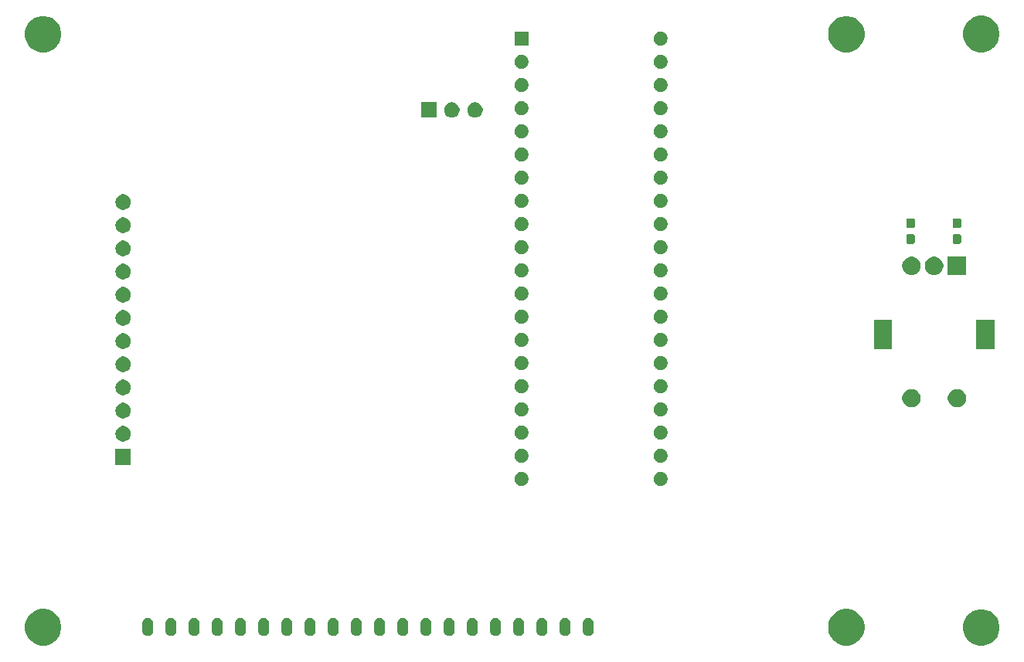
<source format=gbr>
%TF.GenerationSoftware,KiCad,Pcbnew,5.1.6*%
%TF.CreationDate,2020-07-08T21:20:25+02:00*%
%TF.ProjectId,mainboard,6d61696e-626f-4617-9264-2e6b69636164,rev?*%
%TF.SameCoordinates,Original*%
%TF.FileFunction,Soldermask,Top*%
%TF.FilePolarity,Negative*%
%FSLAX46Y46*%
G04 Gerber Fmt 4.6, Leading zero omitted, Abs format (unit mm)*
G04 Created by KiCad (PCBNEW 5.1.6) date 2020-07-08 21:20:25*
%MOMM*%
%LPD*%
G01*
G04 APERTURE LIST*
%ADD10C,0.100000*%
G04 APERTURE END LIST*
D10*
G36*
X161983378Y-120276859D02*
G01*
X162347355Y-120427623D01*
X162674926Y-120646499D01*
X162953501Y-120925074D01*
X163172377Y-121252645D01*
X163323141Y-121616622D01*
X163400000Y-122003017D01*
X163400000Y-122396983D01*
X163323141Y-122783378D01*
X163172377Y-123147355D01*
X162953501Y-123474926D01*
X162674926Y-123753501D01*
X162347355Y-123972377D01*
X161983378Y-124123141D01*
X161596983Y-124200000D01*
X161203017Y-124200000D01*
X160816622Y-124123141D01*
X160452645Y-123972377D01*
X160125074Y-123753501D01*
X159846499Y-123474926D01*
X159627623Y-123147355D01*
X159476859Y-122783378D01*
X159400000Y-122396983D01*
X159400000Y-122003017D01*
X159476859Y-121616622D01*
X159627623Y-121252645D01*
X159846499Y-120925074D01*
X160125074Y-120646499D01*
X160452645Y-120427623D01*
X160816622Y-120276859D01*
X161203017Y-120200000D01*
X161596983Y-120200000D01*
X161983378Y-120276859D01*
G37*
G36*
X147213378Y-120246860D02*
G01*
X147577355Y-120397624D01*
X147904926Y-120616500D01*
X148183501Y-120895075D01*
X148402377Y-121222646D01*
X148553141Y-121586623D01*
X148630000Y-121973018D01*
X148630000Y-122366984D01*
X148553141Y-122753379D01*
X148402377Y-123117356D01*
X148183501Y-123444927D01*
X147904926Y-123723502D01*
X147577355Y-123942378D01*
X147213378Y-124093142D01*
X146826983Y-124170001D01*
X146433017Y-124170001D01*
X146046622Y-124093142D01*
X145682645Y-123942378D01*
X145355074Y-123723502D01*
X145076499Y-123444927D01*
X144857623Y-123117356D01*
X144706859Y-122753379D01*
X144630000Y-122366984D01*
X144630000Y-121973018D01*
X144706859Y-121586623D01*
X144857623Y-121222646D01*
X145076499Y-120895075D01*
X145355074Y-120616500D01*
X145682645Y-120397624D01*
X146046622Y-120246860D01*
X146433017Y-120170001D01*
X146826983Y-120170001D01*
X147213378Y-120246860D01*
G37*
G36*
X59213378Y-120246860D02*
G01*
X59577355Y-120397624D01*
X59904926Y-120616500D01*
X60183501Y-120895075D01*
X60402377Y-121222646D01*
X60553141Y-121586623D01*
X60630000Y-121973018D01*
X60630000Y-122366984D01*
X60553141Y-122753379D01*
X60402377Y-123117356D01*
X60183501Y-123444927D01*
X59904926Y-123723502D01*
X59577355Y-123942378D01*
X59213378Y-124093142D01*
X58826983Y-124170001D01*
X58433017Y-124170001D01*
X58046622Y-124093142D01*
X57682645Y-123942378D01*
X57355074Y-123723502D01*
X57076499Y-123444927D01*
X56857623Y-123117356D01*
X56706859Y-122753379D01*
X56630000Y-122366984D01*
X56630000Y-121973018D01*
X56706859Y-121586623D01*
X56857623Y-121222646D01*
X57076499Y-120895075D01*
X57355074Y-120616500D01*
X57682645Y-120397624D01*
X58046622Y-120246860D01*
X58433017Y-120170001D01*
X58826983Y-120170001D01*
X59213378Y-120246860D01*
G37*
G36*
X98157617Y-121138682D02*
G01*
X98157620Y-121138683D01*
X98157621Y-121138683D01*
X98270721Y-121172991D01*
X98374955Y-121228705D01*
X98466317Y-121303684D01*
X98541296Y-121395046D01*
X98597010Y-121499280D01*
X98631318Y-121612380D01*
X98631319Y-121612384D01*
X98640000Y-121700529D01*
X98640000Y-122559473D01*
X98631319Y-122647618D01*
X98631318Y-122647621D01*
X98631318Y-122647622D01*
X98597010Y-122760722D01*
X98541296Y-122864956D01*
X98466317Y-122956318D01*
X98374954Y-123031297D01*
X98270720Y-123087011D01*
X98157620Y-123121319D01*
X98157619Y-123121319D01*
X98157616Y-123121320D01*
X98040000Y-123132904D01*
X97922383Y-123121320D01*
X97922380Y-123121319D01*
X97922379Y-123121319D01*
X97809279Y-123087011D01*
X97705045Y-123031297D01*
X97613683Y-122956318D01*
X97538704Y-122864955D01*
X97482990Y-122760721D01*
X97448682Y-122647621D01*
X97448682Y-122647620D01*
X97448681Y-122647617D01*
X97440000Y-122559472D01*
X97440000Y-121700529D01*
X97448682Y-121612379D01*
X97482990Y-121499281D01*
X97508925Y-121450761D01*
X97538705Y-121395046D01*
X97613684Y-121303684D01*
X97705046Y-121228705D01*
X97809280Y-121172991D01*
X97922380Y-121138683D01*
X97922381Y-121138683D01*
X97922384Y-121138682D01*
X98040000Y-121127098D01*
X98157617Y-121138682D01*
G37*
G36*
X70217617Y-121138682D02*
G01*
X70217620Y-121138683D01*
X70217621Y-121138683D01*
X70330721Y-121172991D01*
X70434955Y-121228705D01*
X70526317Y-121303684D01*
X70601296Y-121395046D01*
X70657010Y-121499280D01*
X70691318Y-121612380D01*
X70691319Y-121612384D01*
X70700000Y-121700529D01*
X70700000Y-122559473D01*
X70691319Y-122647618D01*
X70691318Y-122647621D01*
X70691318Y-122647622D01*
X70657010Y-122760722D01*
X70601296Y-122864956D01*
X70526317Y-122956318D01*
X70434954Y-123031297D01*
X70330720Y-123087011D01*
X70217620Y-123121319D01*
X70217619Y-123121319D01*
X70217616Y-123121320D01*
X70100000Y-123132904D01*
X69982383Y-123121320D01*
X69982380Y-123121319D01*
X69982379Y-123121319D01*
X69869279Y-123087011D01*
X69765045Y-123031297D01*
X69673683Y-122956318D01*
X69598704Y-122864955D01*
X69542990Y-122760721D01*
X69508682Y-122647621D01*
X69508682Y-122647620D01*
X69508681Y-122647617D01*
X69500000Y-122559472D01*
X69500000Y-121700529D01*
X69508682Y-121612379D01*
X69542990Y-121499281D01*
X69568925Y-121450761D01*
X69598705Y-121395046D01*
X69673684Y-121303684D01*
X69765046Y-121228705D01*
X69869280Y-121172991D01*
X69982380Y-121138683D01*
X69982381Y-121138683D01*
X69982384Y-121138682D01*
X70100000Y-121127098D01*
X70217617Y-121138682D01*
G37*
G36*
X75297617Y-121138682D02*
G01*
X75297620Y-121138683D01*
X75297621Y-121138683D01*
X75410721Y-121172991D01*
X75514955Y-121228705D01*
X75606317Y-121303684D01*
X75681296Y-121395046D01*
X75737010Y-121499280D01*
X75771318Y-121612380D01*
X75771319Y-121612384D01*
X75780000Y-121700529D01*
X75780000Y-122559473D01*
X75771319Y-122647618D01*
X75771318Y-122647621D01*
X75771318Y-122647622D01*
X75737010Y-122760722D01*
X75681296Y-122864956D01*
X75606317Y-122956318D01*
X75514954Y-123031297D01*
X75410720Y-123087011D01*
X75297620Y-123121319D01*
X75297619Y-123121319D01*
X75297616Y-123121320D01*
X75180000Y-123132904D01*
X75062383Y-123121320D01*
X75062380Y-123121319D01*
X75062379Y-123121319D01*
X74949279Y-123087011D01*
X74845045Y-123031297D01*
X74753683Y-122956318D01*
X74678704Y-122864955D01*
X74622990Y-122760721D01*
X74588682Y-122647621D01*
X74588682Y-122647620D01*
X74588681Y-122647617D01*
X74580000Y-122559472D01*
X74580000Y-121700529D01*
X74588682Y-121612379D01*
X74622990Y-121499281D01*
X74648925Y-121450761D01*
X74678705Y-121395046D01*
X74753684Y-121303684D01*
X74845046Y-121228705D01*
X74949280Y-121172991D01*
X75062380Y-121138683D01*
X75062381Y-121138683D01*
X75062384Y-121138682D01*
X75180000Y-121127098D01*
X75297617Y-121138682D01*
G37*
G36*
X82917617Y-121138682D02*
G01*
X82917620Y-121138683D01*
X82917621Y-121138683D01*
X83030721Y-121172991D01*
X83134955Y-121228705D01*
X83226317Y-121303684D01*
X83301296Y-121395046D01*
X83357010Y-121499280D01*
X83391318Y-121612380D01*
X83391319Y-121612384D01*
X83400000Y-121700529D01*
X83400000Y-122559473D01*
X83391319Y-122647618D01*
X83391318Y-122647621D01*
X83391318Y-122647622D01*
X83357010Y-122760722D01*
X83301296Y-122864956D01*
X83226317Y-122956318D01*
X83134954Y-123031297D01*
X83030720Y-123087011D01*
X82917620Y-123121319D01*
X82917619Y-123121319D01*
X82917616Y-123121320D01*
X82800000Y-123132904D01*
X82682383Y-123121320D01*
X82682380Y-123121319D01*
X82682379Y-123121319D01*
X82569279Y-123087011D01*
X82465045Y-123031297D01*
X82373683Y-122956318D01*
X82298704Y-122864955D01*
X82242990Y-122760721D01*
X82208682Y-122647621D01*
X82208682Y-122647620D01*
X82208681Y-122647617D01*
X82200000Y-122559472D01*
X82200000Y-121700529D01*
X82208682Y-121612379D01*
X82242990Y-121499281D01*
X82268925Y-121450761D01*
X82298705Y-121395046D01*
X82373684Y-121303684D01*
X82465046Y-121228705D01*
X82569280Y-121172991D01*
X82682380Y-121138683D01*
X82682381Y-121138683D01*
X82682384Y-121138682D01*
X82800000Y-121127098D01*
X82917617Y-121138682D01*
G37*
G36*
X85457617Y-121138682D02*
G01*
X85457620Y-121138683D01*
X85457621Y-121138683D01*
X85570721Y-121172991D01*
X85674955Y-121228705D01*
X85766317Y-121303684D01*
X85841296Y-121395046D01*
X85897010Y-121499280D01*
X85931318Y-121612380D01*
X85931319Y-121612384D01*
X85940000Y-121700529D01*
X85940000Y-122559473D01*
X85931319Y-122647618D01*
X85931318Y-122647621D01*
X85931318Y-122647622D01*
X85897010Y-122760722D01*
X85841296Y-122864956D01*
X85766317Y-122956318D01*
X85674954Y-123031297D01*
X85570720Y-123087011D01*
X85457620Y-123121319D01*
X85457619Y-123121319D01*
X85457616Y-123121320D01*
X85340000Y-123132904D01*
X85222383Y-123121320D01*
X85222380Y-123121319D01*
X85222379Y-123121319D01*
X85109279Y-123087011D01*
X85005045Y-123031297D01*
X84913683Y-122956318D01*
X84838704Y-122864955D01*
X84782990Y-122760721D01*
X84748682Y-122647621D01*
X84748682Y-122647620D01*
X84748681Y-122647617D01*
X84740000Y-122559472D01*
X84740000Y-121700529D01*
X84748682Y-121612379D01*
X84782990Y-121499281D01*
X84808925Y-121450761D01*
X84838705Y-121395046D01*
X84913684Y-121303684D01*
X85005046Y-121228705D01*
X85109280Y-121172991D01*
X85222380Y-121138683D01*
X85222381Y-121138683D01*
X85222384Y-121138682D01*
X85340000Y-121127098D01*
X85457617Y-121138682D01*
G37*
G36*
X77837617Y-121138682D02*
G01*
X77837620Y-121138683D01*
X77837621Y-121138683D01*
X77950721Y-121172991D01*
X78054955Y-121228705D01*
X78146317Y-121303684D01*
X78221296Y-121395046D01*
X78277010Y-121499280D01*
X78311318Y-121612380D01*
X78311319Y-121612384D01*
X78320000Y-121700529D01*
X78320000Y-122559473D01*
X78311319Y-122647618D01*
X78311318Y-122647621D01*
X78311318Y-122647622D01*
X78277010Y-122760722D01*
X78221296Y-122864956D01*
X78146317Y-122956318D01*
X78054954Y-123031297D01*
X77950720Y-123087011D01*
X77837620Y-123121319D01*
X77837619Y-123121319D01*
X77837616Y-123121320D01*
X77720000Y-123132904D01*
X77602383Y-123121320D01*
X77602380Y-123121319D01*
X77602379Y-123121319D01*
X77489279Y-123087011D01*
X77385045Y-123031297D01*
X77293683Y-122956318D01*
X77218704Y-122864955D01*
X77162990Y-122760721D01*
X77128682Y-122647621D01*
X77128682Y-122647620D01*
X77128681Y-122647617D01*
X77120000Y-122559472D01*
X77120000Y-121700529D01*
X77128682Y-121612379D01*
X77162990Y-121499281D01*
X77188925Y-121450761D01*
X77218705Y-121395046D01*
X77293684Y-121303684D01*
X77385046Y-121228705D01*
X77489280Y-121172991D01*
X77602380Y-121138683D01*
X77602381Y-121138683D01*
X77602384Y-121138682D01*
X77720000Y-121127098D01*
X77837617Y-121138682D01*
G37*
G36*
X87997617Y-121138682D02*
G01*
X87997620Y-121138683D01*
X87997621Y-121138683D01*
X88110721Y-121172991D01*
X88214955Y-121228705D01*
X88306317Y-121303684D01*
X88381296Y-121395046D01*
X88437010Y-121499280D01*
X88471318Y-121612380D01*
X88471319Y-121612384D01*
X88480000Y-121700529D01*
X88480000Y-122559473D01*
X88471319Y-122647618D01*
X88471318Y-122647621D01*
X88471318Y-122647622D01*
X88437010Y-122760722D01*
X88381296Y-122864956D01*
X88306317Y-122956318D01*
X88214954Y-123031297D01*
X88110720Y-123087011D01*
X87997620Y-123121319D01*
X87997619Y-123121319D01*
X87997616Y-123121320D01*
X87880000Y-123132904D01*
X87762383Y-123121320D01*
X87762380Y-123121319D01*
X87762379Y-123121319D01*
X87649279Y-123087011D01*
X87545045Y-123031297D01*
X87453683Y-122956318D01*
X87378704Y-122864955D01*
X87322990Y-122760721D01*
X87288682Y-122647621D01*
X87288682Y-122647620D01*
X87288681Y-122647617D01*
X87280000Y-122559472D01*
X87280000Y-121700529D01*
X87288682Y-121612379D01*
X87322990Y-121499281D01*
X87348925Y-121450761D01*
X87378705Y-121395046D01*
X87453684Y-121303684D01*
X87545046Y-121228705D01*
X87649280Y-121172991D01*
X87762380Y-121138683D01*
X87762381Y-121138683D01*
X87762384Y-121138682D01*
X87880000Y-121127098D01*
X87997617Y-121138682D01*
G37*
G36*
X90537617Y-121138682D02*
G01*
X90537620Y-121138683D01*
X90537621Y-121138683D01*
X90650721Y-121172991D01*
X90754955Y-121228705D01*
X90846317Y-121303684D01*
X90921296Y-121395046D01*
X90977010Y-121499280D01*
X91011318Y-121612380D01*
X91011319Y-121612384D01*
X91020000Y-121700529D01*
X91020000Y-122559473D01*
X91011319Y-122647618D01*
X91011318Y-122647621D01*
X91011318Y-122647622D01*
X90977010Y-122760722D01*
X90921296Y-122864956D01*
X90846317Y-122956318D01*
X90754954Y-123031297D01*
X90650720Y-123087011D01*
X90537620Y-123121319D01*
X90537619Y-123121319D01*
X90537616Y-123121320D01*
X90420000Y-123132904D01*
X90302383Y-123121320D01*
X90302380Y-123121319D01*
X90302379Y-123121319D01*
X90189279Y-123087011D01*
X90085045Y-123031297D01*
X89993683Y-122956318D01*
X89918704Y-122864955D01*
X89862990Y-122760721D01*
X89828682Y-122647621D01*
X89828682Y-122647620D01*
X89828681Y-122647617D01*
X89820000Y-122559472D01*
X89820000Y-121700529D01*
X89828682Y-121612379D01*
X89862990Y-121499281D01*
X89888925Y-121450761D01*
X89918705Y-121395046D01*
X89993684Y-121303684D01*
X90085046Y-121228705D01*
X90189280Y-121172991D01*
X90302380Y-121138683D01*
X90302381Y-121138683D01*
X90302384Y-121138682D01*
X90420000Y-121127098D01*
X90537617Y-121138682D01*
G37*
G36*
X93077617Y-121138682D02*
G01*
X93077620Y-121138683D01*
X93077621Y-121138683D01*
X93190721Y-121172991D01*
X93294955Y-121228705D01*
X93386317Y-121303684D01*
X93461296Y-121395046D01*
X93517010Y-121499280D01*
X93551318Y-121612380D01*
X93551319Y-121612384D01*
X93560000Y-121700529D01*
X93560000Y-122559473D01*
X93551319Y-122647618D01*
X93551318Y-122647621D01*
X93551318Y-122647622D01*
X93517010Y-122760722D01*
X93461296Y-122864956D01*
X93386317Y-122956318D01*
X93294954Y-123031297D01*
X93190720Y-123087011D01*
X93077620Y-123121319D01*
X93077619Y-123121319D01*
X93077616Y-123121320D01*
X92960000Y-123132904D01*
X92842383Y-123121320D01*
X92842380Y-123121319D01*
X92842379Y-123121319D01*
X92729279Y-123087011D01*
X92625045Y-123031297D01*
X92533683Y-122956318D01*
X92458704Y-122864955D01*
X92402990Y-122760721D01*
X92368682Y-122647621D01*
X92368682Y-122647620D01*
X92368681Y-122647617D01*
X92360000Y-122559472D01*
X92360000Y-121700529D01*
X92368682Y-121612379D01*
X92402990Y-121499281D01*
X92428925Y-121450761D01*
X92458705Y-121395046D01*
X92533684Y-121303684D01*
X92625046Y-121228705D01*
X92729280Y-121172991D01*
X92842380Y-121138683D01*
X92842381Y-121138683D01*
X92842384Y-121138682D01*
X92960000Y-121127098D01*
X93077617Y-121138682D01*
G37*
G36*
X72757617Y-121138682D02*
G01*
X72757620Y-121138683D01*
X72757621Y-121138683D01*
X72870721Y-121172991D01*
X72974955Y-121228705D01*
X73066317Y-121303684D01*
X73141296Y-121395046D01*
X73197010Y-121499280D01*
X73231318Y-121612380D01*
X73231319Y-121612384D01*
X73240000Y-121700529D01*
X73240000Y-122559473D01*
X73231319Y-122647618D01*
X73231318Y-122647621D01*
X73231318Y-122647622D01*
X73197010Y-122760722D01*
X73141296Y-122864956D01*
X73066317Y-122956318D01*
X72974954Y-123031297D01*
X72870720Y-123087011D01*
X72757620Y-123121319D01*
X72757619Y-123121319D01*
X72757616Y-123121320D01*
X72640000Y-123132904D01*
X72522383Y-123121320D01*
X72522380Y-123121319D01*
X72522379Y-123121319D01*
X72409279Y-123087011D01*
X72305045Y-123031297D01*
X72213683Y-122956318D01*
X72138704Y-122864955D01*
X72082990Y-122760721D01*
X72048682Y-122647621D01*
X72048682Y-122647620D01*
X72048681Y-122647617D01*
X72040000Y-122559472D01*
X72040000Y-121700529D01*
X72048682Y-121612379D01*
X72082990Y-121499281D01*
X72108925Y-121450761D01*
X72138705Y-121395046D01*
X72213684Y-121303684D01*
X72305046Y-121228705D01*
X72409280Y-121172991D01*
X72522380Y-121138683D01*
X72522381Y-121138683D01*
X72522384Y-121138682D01*
X72640000Y-121127098D01*
X72757617Y-121138682D01*
G37*
G36*
X100697617Y-121138682D02*
G01*
X100697620Y-121138683D01*
X100697621Y-121138683D01*
X100810721Y-121172991D01*
X100914955Y-121228705D01*
X101006317Y-121303684D01*
X101081296Y-121395046D01*
X101137010Y-121499280D01*
X101171318Y-121612380D01*
X101171319Y-121612384D01*
X101180000Y-121700529D01*
X101180000Y-122559473D01*
X101171319Y-122647618D01*
X101171318Y-122647621D01*
X101171318Y-122647622D01*
X101137010Y-122760722D01*
X101081296Y-122864956D01*
X101006317Y-122956318D01*
X100914954Y-123031297D01*
X100810720Y-123087011D01*
X100697620Y-123121319D01*
X100697619Y-123121319D01*
X100697616Y-123121320D01*
X100580000Y-123132904D01*
X100462383Y-123121320D01*
X100462380Y-123121319D01*
X100462379Y-123121319D01*
X100349279Y-123087011D01*
X100245045Y-123031297D01*
X100153683Y-122956318D01*
X100078704Y-122864955D01*
X100022990Y-122760721D01*
X99988682Y-122647621D01*
X99988682Y-122647620D01*
X99988681Y-122647617D01*
X99980000Y-122559472D01*
X99980000Y-121700529D01*
X99988682Y-121612379D01*
X100022990Y-121499281D01*
X100048925Y-121450761D01*
X100078705Y-121395046D01*
X100153684Y-121303684D01*
X100245046Y-121228705D01*
X100349280Y-121172991D01*
X100462380Y-121138683D01*
X100462381Y-121138683D01*
X100462384Y-121138682D01*
X100580000Y-121127098D01*
X100697617Y-121138682D01*
G37*
G36*
X103237617Y-121138682D02*
G01*
X103237620Y-121138683D01*
X103237621Y-121138683D01*
X103350721Y-121172991D01*
X103454955Y-121228705D01*
X103546317Y-121303684D01*
X103621296Y-121395046D01*
X103677010Y-121499280D01*
X103711318Y-121612380D01*
X103711319Y-121612384D01*
X103720000Y-121700529D01*
X103720000Y-122559473D01*
X103711319Y-122647618D01*
X103711318Y-122647621D01*
X103711318Y-122647622D01*
X103677010Y-122760722D01*
X103621296Y-122864956D01*
X103546317Y-122956318D01*
X103454954Y-123031297D01*
X103350720Y-123087011D01*
X103237620Y-123121319D01*
X103237619Y-123121319D01*
X103237616Y-123121320D01*
X103120000Y-123132904D01*
X103002383Y-123121320D01*
X103002380Y-123121319D01*
X103002379Y-123121319D01*
X102889279Y-123087011D01*
X102785045Y-123031297D01*
X102693683Y-122956318D01*
X102618704Y-122864955D01*
X102562990Y-122760721D01*
X102528682Y-122647621D01*
X102528682Y-122647620D01*
X102528681Y-122647617D01*
X102520000Y-122559472D01*
X102520000Y-121700529D01*
X102528682Y-121612379D01*
X102562990Y-121499281D01*
X102588925Y-121450761D01*
X102618705Y-121395046D01*
X102693684Y-121303684D01*
X102785046Y-121228705D01*
X102889280Y-121172991D01*
X103002380Y-121138683D01*
X103002381Y-121138683D01*
X103002384Y-121138682D01*
X103120000Y-121127098D01*
X103237617Y-121138682D01*
G37*
G36*
X105777617Y-121138682D02*
G01*
X105777620Y-121138683D01*
X105777621Y-121138683D01*
X105890721Y-121172991D01*
X105994955Y-121228705D01*
X106086317Y-121303684D01*
X106161296Y-121395046D01*
X106217010Y-121499280D01*
X106251318Y-121612380D01*
X106251319Y-121612384D01*
X106260000Y-121700529D01*
X106260000Y-122559473D01*
X106251319Y-122647618D01*
X106251318Y-122647621D01*
X106251318Y-122647622D01*
X106217010Y-122760722D01*
X106161296Y-122864956D01*
X106086317Y-122956318D01*
X105994954Y-123031297D01*
X105890720Y-123087011D01*
X105777620Y-123121319D01*
X105777619Y-123121319D01*
X105777616Y-123121320D01*
X105660000Y-123132904D01*
X105542383Y-123121320D01*
X105542380Y-123121319D01*
X105542379Y-123121319D01*
X105429279Y-123087011D01*
X105325045Y-123031297D01*
X105233683Y-122956318D01*
X105158704Y-122864955D01*
X105102990Y-122760721D01*
X105068682Y-122647621D01*
X105068682Y-122647620D01*
X105068681Y-122647617D01*
X105060000Y-122559472D01*
X105060000Y-121700529D01*
X105068682Y-121612379D01*
X105102990Y-121499281D01*
X105128925Y-121450761D01*
X105158705Y-121395046D01*
X105233684Y-121303684D01*
X105325046Y-121228705D01*
X105429280Y-121172991D01*
X105542380Y-121138683D01*
X105542381Y-121138683D01*
X105542384Y-121138682D01*
X105660000Y-121127098D01*
X105777617Y-121138682D01*
G37*
G36*
X108317617Y-121138682D02*
G01*
X108317620Y-121138683D01*
X108317621Y-121138683D01*
X108430721Y-121172991D01*
X108534955Y-121228705D01*
X108626317Y-121303684D01*
X108701296Y-121395046D01*
X108757010Y-121499280D01*
X108791318Y-121612380D01*
X108791319Y-121612384D01*
X108800000Y-121700529D01*
X108800000Y-122559473D01*
X108791319Y-122647618D01*
X108791318Y-122647621D01*
X108791318Y-122647622D01*
X108757010Y-122760722D01*
X108701296Y-122864956D01*
X108626317Y-122956318D01*
X108534954Y-123031297D01*
X108430720Y-123087011D01*
X108317620Y-123121319D01*
X108317619Y-123121319D01*
X108317616Y-123121320D01*
X108200000Y-123132904D01*
X108082383Y-123121320D01*
X108082380Y-123121319D01*
X108082379Y-123121319D01*
X107969279Y-123087011D01*
X107865045Y-123031297D01*
X107773683Y-122956318D01*
X107698704Y-122864955D01*
X107642990Y-122760721D01*
X107608682Y-122647621D01*
X107608682Y-122647620D01*
X107608681Y-122647617D01*
X107600000Y-122559472D01*
X107600000Y-121700529D01*
X107608682Y-121612379D01*
X107642990Y-121499281D01*
X107668925Y-121450761D01*
X107698705Y-121395046D01*
X107773684Y-121303684D01*
X107865046Y-121228705D01*
X107969280Y-121172991D01*
X108082380Y-121138683D01*
X108082381Y-121138683D01*
X108082384Y-121138682D01*
X108200000Y-121127098D01*
X108317617Y-121138682D01*
G37*
G36*
X110857617Y-121138682D02*
G01*
X110857620Y-121138683D01*
X110857621Y-121138683D01*
X110970721Y-121172991D01*
X111074955Y-121228705D01*
X111166317Y-121303684D01*
X111241296Y-121395046D01*
X111297010Y-121499280D01*
X111331318Y-121612380D01*
X111331319Y-121612384D01*
X111340000Y-121700529D01*
X111340000Y-122559473D01*
X111331319Y-122647618D01*
X111331318Y-122647621D01*
X111331318Y-122647622D01*
X111297010Y-122760722D01*
X111241296Y-122864956D01*
X111166317Y-122956318D01*
X111074954Y-123031297D01*
X110970720Y-123087011D01*
X110857620Y-123121319D01*
X110857619Y-123121319D01*
X110857616Y-123121320D01*
X110740000Y-123132904D01*
X110622383Y-123121320D01*
X110622380Y-123121319D01*
X110622379Y-123121319D01*
X110509279Y-123087011D01*
X110405045Y-123031297D01*
X110313683Y-122956318D01*
X110238704Y-122864955D01*
X110182990Y-122760721D01*
X110148682Y-122647621D01*
X110148682Y-122647620D01*
X110148681Y-122647617D01*
X110140000Y-122559472D01*
X110140000Y-121700529D01*
X110148682Y-121612379D01*
X110182990Y-121499281D01*
X110208925Y-121450761D01*
X110238705Y-121395046D01*
X110313684Y-121303684D01*
X110405046Y-121228705D01*
X110509280Y-121172991D01*
X110622380Y-121138683D01*
X110622381Y-121138683D01*
X110622384Y-121138682D01*
X110740000Y-121127098D01*
X110857617Y-121138682D01*
G37*
G36*
X113397617Y-121138682D02*
G01*
X113397620Y-121138683D01*
X113397621Y-121138683D01*
X113510721Y-121172991D01*
X113614955Y-121228705D01*
X113706317Y-121303684D01*
X113781296Y-121395046D01*
X113837010Y-121499280D01*
X113871318Y-121612380D01*
X113871319Y-121612384D01*
X113880000Y-121700529D01*
X113880000Y-122559473D01*
X113871319Y-122647618D01*
X113871318Y-122647621D01*
X113871318Y-122647622D01*
X113837010Y-122760722D01*
X113781296Y-122864956D01*
X113706317Y-122956318D01*
X113614954Y-123031297D01*
X113510720Y-123087011D01*
X113397620Y-123121319D01*
X113397619Y-123121319D01*
X113397616Y-123121320D01*
X113280000Y-123132904D01*
X113162383Y-123121320D01*
X113162380Y-123121319D01*
X113162379Y-123121319D01*
X113049279Y-123087011D01*
X112945045Y-123031297D01*
X112853683Y-122956318D01*
X112778704Y-122864955D01*
X112722990Y-122760721D01*
X112688682Y-122647621D01*
X112688682Y-122647620D01*
X112688681Y-122647617D01*
X112680000Y-122559472D01*
X112680000Y-121700529D01*
X112688682Y-121612379D01*
X112722990Y-121499281D01*
X112748925Y-121450761D01*
X112778705Y-121395046D01*
X112853684Y-121303684D01*
X112945046Y-121228705D01*
X113049280Y-121172991D01*
X113162380Y-121138683D01*
X113162381Y-121138683D01*
X113162384Y-121138682D01*
X113280000Y-121127098D01*
X113397617Y-121138682D01*
G37*
G36*
X115937617Y-121138682D02*
G01*
X115937620Y-121138683D01*
X115937621Y-121138683D01*
X116050721Y-121172991D01*
X116154955Y-121228705D01*
X116246317Y-121303684D01*
X116321296Y-121395046D01*
X116377010Y-121499280D01*
X116411318Y-121612380D01*
X116411319Y-121612384D01*
X116420000Y-121700529D01*
X116420000Y-122559473D01*
X116411319Y-122647618D01*
X116411318Y-122647621D01*
X116411318Y-122647622D01*
X116377010Y-122760722D01*
X116321296Y-122864956D01*
X116246317Y-122956318D01*
X116154954Y-123031297D01*
X116050720Y-123087011D01*
X115937620Y-123121319D01*
X115937619Y-123121319D01*
X115937616Y-123121320D01*
X115820000Y-123132904D01*
X115702383Y-123121320D01*
X115702380Y-123121319D01*
X115702379Y-123121319D01*
X115589279Y-123087011D01*
X115485045Y-123031297D01*
X115393683Y-122956318D01*
X115318704Y-122864955D01*
X115262990Y-122760721D01*
X115228682Y-122647621D01*
X115228682Y-122647620D01*
X115228681Y-122647617D01*
X115220000Y-122559472D01*
X115220000Y-121700529D01*
X115228682Y-121612379D01*
X115262990Y-121499281D01*
X115288925Y-121450761D01*
X115318705Y-121395046D01*
X115393684Y-121303684D01*
X115485046Y-121228705D01*
X115589280Y-121172991D01*
X115702380Y-121138683D01*
X115702381Y-121138683D01*
X115702384Y-121138682D01*
X115820000Y-121127098D01*
X115937617Y-121138682D01*
G37*
G36*
X118477617Y-121138682D02*
G01*
X118477620Y-121138683D01*
X118477621Y-121138683D01*
X118590721Y-121172991D01*
X118694955Y-121228705D01*
X118786317Y-121303684D01*
X118861296Y-121395046D01*
X118917010Y-121499280D01*
X118951318Y-121612380D01*
X118951319Y-121612384D01*
X118960000Y-121700529D01*
X118960000Y-122559473D01*
X118951319Y-122647618D01*
X118951318Y-122647621D01*
X118951318Y-122647622D01*
X118917010Y-122760722D01*
X118861296Y-122864956D01*
X118786317Y-122956318D01*
X118694954Y-123031297D01*
X118590720Y-123087011D01*
X118477620Y-123121319D01*
X118477619Y-123121319D01*
X118477616Y-123121320D01*
X118360000Y-123132904D01*
X118242383Y-123121320D01*
X118242380Y-123121319D01*
X118242379Y-123121319D01*
X118129279Y-123087011D01*
X118025045Y-123031297D01*
X117933683Y-122956318D01*
X117858704Y-122864955D01*
X117802990Y-122760721D01*
X117768682Y-122647621D01*
X117768682Y-122647620D01*
X117768681Y-122647617D01*
X117760000Y-122559472D01*
X117760000Y-121700529D01*
X117768682Y-121612379D01*
X117802990Y-121499281D01*
X117828925Y-121450761D01*
X117858705Y-121395046D01*
X117933684Y-121303684D01*
X118025046Y-121228705D01*
X118129280Y-121172991D01*
X118242380Y-121138683D01*
X118242381Y-121138683D01*
X118242384Y-121138682D01*
X118360000Y-121127098D01*
X118477617Y-121138682D01*
G37*
G36*
X80377617Y-121138682D02*
G01*
X80377620Y-121138683D01*
X80377621Y-121138683D01*
X80490721Y-121172991D01*
X80594955Y-121228705D01*
X80686317Y-121303684D01*
X80761296Y-121395046D01*
X80817010Y-121499280D01*
X80851318Y-121612380D01*
X80851319Y-121612384D01*
X80860000Y-121700529D01*
X80860000Y-122559473D01*
X80851319Y-122647618D01*
X80851318Y-122647621D01*
X80851318Y-122647622D01*
X80817010Y-122760722D01*
X80761296Y-122864956D01*
X80686317Y-122956318D01*
X80594954Y-123031297D01*
X80490720Y-123087011D01*
X80377620Y-123121319D01*
X80377619Y-123121319D01*
X80377616Y-123121320D01*
X80260000Y-123132904D01*
X80142383Y-123121320D01*
X80142380Y-123121319D01*
X80142379Y-123121319D01*
X80029279Y-123087011D01*
X79925045Y-123031297D01*
X79833683Y-122956318D01*
X79758704Y-122864955D01*
X79702990Y-122760721D01*
X79668682Y-122647621D01*
X79668682Y-122647620D01*
X79668681Y-122647617D01*
X79660000Y-122559472D01*
X79660000Y-121700529D01*
X79668682Y-121612379D01*
X79702990Y-121499281D01*
X79728925Y-121450761D01*
X79758705Y-121395046D01*
X79833684Y-121303684D01*
X79925046Y-121228705D01*
X80029280Y-121172991D01*
X80142380Y-121138683D01*
X80142381Y-121138683D01*
X80142384Y-121138682D01*
X80260000Y-121127098D01*
X80377617Y-121138682D01*
G37*
G36*
X95617617Y-121138682D02*
G01*
X95617620Y-121138683D01*
X95617621Y-121138683D01*
X95730721Y-121172991D01*
X95834955Y-121228705D01*
X95926317Y-121303684D01*
X96001296Y-121395046D01*
X96057010Y-121499280D01*
X96091318Y-121612380D01*
X96091319Y-121612384D01*
X96100000Y-121700529D01*
X96100000Y-122559473D01*
X96091319Y-122647618D01*
X96091318Y-122647621D01*
X96091318Y-122647622D01*
X96057010Y-122760722D01*
X96001296Y-122864956D01*
X95926317Y-122956318D01*
X95834954Y-123031297D01*
X95730720Y-123087011D01*
X95617620Y-123121319D01*
X95617619Y-123121319D01*
X95617616Y-123121320D01*
X95500000Y-123132904D01*
X95382383Y-123121320D01*
X95382380Y-123121319D01*
X95382379Y-123121319D01*
X95269279Y-123087011D01*
X95165045Y-123031297D01*
X95073683Y-122956318D01*
X94998704Y-122864955D01*
X94942990Y-122760721D01*
X94908682Y-122647621D01*
X94908682Y-122647620D01*
X94908681Y-122647617D01*
X94900000Y-122559472D01*
X94900000Y-121700529D01*
X94908682Y-121612379D01*
X94942990Y-121499281D01*
X94968925Y-121450761D01*
X94998705Y-121395046D01*
X95073684Y-121303684D01*
X95165046Y-121228705D01*
X95269280Y-121172991D01*
X95382380Y-121138683D01*
X95382381Y-121138683D01*
X95382384Y-121138682D01*
X95500000Y-121127098D01*
X95617617Y-121138682D01*
G37*
G36*
X126384122Y-105157761D02*
G01*
X126482267Y-105177283D01*
X126620942Y-105234724D01*
X126620944Y-105234725D01*
X126683344Y-105276420D01*
X126745747Y-105318116D01*
X126851884Y-105424253D01*
X126935276Y-105549058D01*
X126992717Y-105687733D01*
X127022000Y-105834950D01*
X127022000Y-105985050D01*
X126992717Y-106132267D01*
X126935276Y-106270942D01*
X126851884Y-106395747D01*
X126745747Y-106501884D01*
X126683345Y-106543580D01*
X126620944Y-106585275D01*
X126620943Y-106585276D01*
X126620942Y-106585276D01*
X126482267Y-106642717D01*
X126384122Y-106662239D01*
X126335051Y-106672000D01*
X126184949Y-106672000D01*
X126135878Y-106662239D01*
X126037733Y-106642717D01*
X125899058Y-106585276D01*
X125899057Y-106585276D01*
X125899056Y-106585275D01*
X125836655Y-106543580D01*
X125774253Y-106501884D01*
X125668116Y-106395747D01*
X125584724Y-106270942D01*
X125527283Y-106132267D01*
X125498000Y-105985050D01*
X125498000Y-105834950D01*
X125527283Y-105687733D01*
X125584724Y-105549058D01*
X125668116Y-105424253D01*
X125774253Y-105318116D01*
X125836655Y-105276420D01*
X125899056Y-105234725D01*
X125899058Y-105234724D01*
X126037733Y-105177283D01*
X126135878Y-105157761D01*
X126184949Y-105148000D01*
X126335051Y-105148000D01*
X126384122Y-105157761D01*
G37*
G36*
X111144122Y-105157761D02*
G01*
X111242267Y-105177283D01*
X111380942Y-105234724D01*
X111380944Y-105234725D01*
X111443344Y-105276420D01*
X111505747Y-105318116D01*
X111611884Y-105424253D01*
X111695276Y-105549058D01*
X111752717Y-105687733D01*
X111782000Y-105834950D01*
X111782000Y-105985050D01*
X111752717Y-106132267D01*
X111695276Y-106270942D01*
X111611884Y-106395747D01*
X111505747Y-106501884D01*
X111443345Y-106543580D01*
X111380944Y-106585275D01*
X111380943Y-106585276D01*
X111380942Y-106585276D01*
X111242267Y-106642717D01*
X111144122Y-106662239D01*
X111095051Y-106672000D01*
X110944949Y-106672000D01*
X110895878Y-106662239D01*
X110797733Y-106642717D01*
X110659058Y-106585276D01*
X110659057Y-106585276D01*
X110659056Y-106585275D01*
X110596655Y-106543580D01*
X110534253Y-106501884D01*
X110428116Y-106395747D01*
X110344724Y-106270942D01*
X110287283Y-106132267D01*
X110258000Y-105985050D01*
X110258000Y-105834950D01*
X110287283Y-105687733D01*
X110344724Y-105549058D01*
X110428116Y-105424253D01*
X110534253Y-105318116D01*
X110596656Y-105276420D01*
X110659056Y-105234725D01*
X110659058Y-105234724D01*
X110797733Y-105177283D01*
X110895878Y-105157761D01*
X110944949Y-105148000D01*
X111095051Y-105148000D01*
X111144122Y-105157761D01*
G37*
G36*
X68250000Y-104350000D02*
G01*
X66550000Y-104350000D01*
X66550000Y-102650000D01*
X68250000Y-102650000D01*
X68250000Y-104350000D01*
G37*
G36*
X126384122Y-102617761D02*
G01*
X126482267Y-102637283D01*
X126620942Y-102694724D01*
X126620944Y-102694725D01*
X126683345Y-102736420D01*
X126745747Y-102778116D01*
X126851884Y-102884253D01*
X126935276Y-103009058D01*
X126992717Y-103147733D01*
X127022000Y-103294950D01*
X127022000Y-103445050D01*
X126992717Y-103592267D01*
X126935276Y-103730942D01*
X126851884Y-103855747D01*
X126745747Y-103961884D01*
X126683345Y-104003580D01*
X126620944Y-104045275D01*
X126620943Y-104045276D01*
X126620942Y-104045276D01*
X126482267Y-104102717D01*
X126384122Y-104122239D01*
X126335051Y-104132000D01*
X126184949Y-104132000D01*
X126135878Y-104122239D01*
X126037733Y-104102717D01*
X125899058Y-104045276D01*
X125899057Y-104045276D01*
X125899056Y-104045275D01*
X125836655Y-104003580D01*
X125774253Y-103961884D01*
X125668116Y-103855747D01*
X125584724Y-103730942D01*
X125527283Y-103592267D01*
X125498000Y-103445050D01*
X125498000Y-103294950D01*
X125527283Y-103147733D01*
X125584724Y-103009058D01*
X125668116Y-102884253D01*
X125774253Y-102778116D01*
X125836655Y-102736420D01*
X125899056Y-102694725D01*
X125899058Y-102694724D01*
X126037733Y-102637283D01*
X126135878Y-102617761D01*
X126184949Y-102608000D01*
X126335051Y-102608000D01*
X126384122Y-102617761D01*
G37*
G36*
X111144122Y-102617761D02*
G01*
X111242267Y-102637283D01*
X111380942Y-102694724D01*
X111380944Y-102694725D01*
X111443345Y-102736420D01*
X111505747Y-102778116D01*
X111611884Y-102884253D01*
X111695276Y-103009058D01*
X111752717Y-103147733D01*
X111782000Y-103294950D01*
X111782000Y-103445050D01*
X111752717Y-103592267D01*
X111695276Y-103730942D01*
X111611884Y-103855747D01*
X111505747Y-103961884D01*
X111443345Y-104003580D01*
X111380944Y-104045275D01*
X111380943Y-104045276D01*
X111380942Y-104045276D01*
X111242267Y-104102717D01*
X111144122Y-104122239D01*
X111095051Y-104132000D01*
X110944949Y-104132000D01*
X110895878Y-104122239D01*
X110797733Y-104102717D01*
X110659058Y-104045276D01*
X110659057Y-104045276D01*
X110659056Y-104045275D01*
X110596655Y-104003580D01*
X110534253Y-103961884D01*
X110428116Y-103855747D01*
X110344724Y-103730942D01*
X110287283Y-103592267D01*
X110258000Y-103445050D01*
X110258000Y-103294950D01*
X110287283Y-103147733D01*
X110344724Y-103009058D01*
X110428116Y-102884253D01*
X110534253Y-102778116D01*
X110596655Y-102736420D01*
X110659056Y-102694725D01*
X110659058Y-102694724D01*
X110797733Y-102637283D01*
X110895878Y-102617761D01*
X110944949Y-102608000D01*
X111095051Y-102608000D01*
X111144122Y-102617761D01*
G37*
G36*
X67647936Y-100142665D02*
G01*
X67802626Y-100206739D01*
X67849584Y-100238116D01*
X67941844Y-100299762D01*
X68060238Y-100418156D01*
X68094248Y-100469056D01*
X68153261Y-100557374D01*
X68217335Y-100712064D01*
X68250000Y-100876282D01*
X68250000Y-101043718D01*
X68217335Y-101207936D01*
X68153261Y-101362626D01*
X68113665Y-101421884D01*
X68060238Y-101501844D01*
X67941844Y-101620238D01*
X67872076Y-101666855D01*
X67802626Y-101713261D01*
X67647936Y-101777335D01*
X67483718Y-101810000D01*
X67316282Y-101810000D01*
X67152064Y-101777335D01*
X66997374Y-101713261D01*
X66927924Y-101666855D01*
X66858156Y-101620238D01*
X66739762Y-101501844D01*
X66686335Y-101421884D01*
X66646739Y-101362626D01*
X66582665Y-101207936D01*
X66550000Y-101043718D01*
X66550000Y-100876282D01*
X66582665Y-100712064D01*
X66646739Y-100557374D01*
X66705752Y-100469056D01*
X66739762Y-100418156D01*
X66858156Y-100299762D01*
X66950416Y-100238116D01*
X66997374Y-100206739D01*
X67152064Y-100142665D01*
X67316282Y-100110000D01*
X67483718Y-100110000D01*
X67647936Y-100142665D01*
G37*
G36*
X111144122Y-100077761D02*
G01*
X111242267Y-100097283D01*
X111380942Y-100154724D01*
X111380944Y-100154725D01*
X111443345Y-100196420D01*
X111505747Y-100238116D01*
X111611884Y-100344253D01*
X111695276Y-100469058D01*
X111752717Y-100607733D01*
X111782000Y-100754950D01*
X111782000Y-100905050D01*
X111752717Y-101052267D01*
X111695276Y-101190942D01*
X111611884Y-101315747D01*
X111505747Y-101421884D01*
X111443345Y-101463580D01*
X111380944Y-101505275D01*
X111380943Y-101505276D01*
X111380942Y-101505276D01*
X111242267Y-101562717D01*
X111144122Y-101582239D01*
X111095051Y-101592000D01*
X110944949Y-101592000D01*
X110895878Y-101582239D01*
X110797733Y-101562717D01*
X110659058Y-101505276D01*
X110659057Y-101505276D01*
X110659056Y-101505275D01*
X110596655Y-101463580D01*
X110534253Y-101421884D01*
X110428116Y-101315747D01*
X110344724Y-101190942D01*
X110287283Y-101052267D01*
X110258000Y-100905050D01*
X110258000Y-100754950D01*
X110287283Y-100607733D01*
X110344724Y-100469058D01*
X110428116Y-100344253D01*
X110534253Y-100238116D01*
X110596655Y-100196420D01*
X110659056Y-100154725D01*
X110659058Y-100154724D01*
X110797733Y-100097283D01*
X110895878Y-100077761D01*
X110944949Y-100068000D01*
X111095051Y-100068000D01*
X111144122Y-100077761D01*
G37*
G36*
X126384122Y-100077761D02*
G01*
X126482267Y-100097283D01*
X126620942Y-100154724D01*
X126620944Y-100154725D01*
X126683345Y-100196420D01*
X126745747Y-100238116D01*
X126851884Y-100344253D01*
X126935276Y-100469058D01*
X126992717Y-100607733D01*
X127022000Y-100754950D01*
X127022000Y-100905050D01*
X126992717Y-101052267D01*
X126935276Y-101190942D01*
X126851884Y-101315747D01*
X126745747Y-101421884D01*
X126683344Y-101463580D01*
X126620944Y-101505275D01*
X126620943Y-101505276D01*
X126620942Y-101505276D01*
X126482267Y-101562717D01*
X126384122Y-101582239D01*
X126335051Y-101592000D01*
X126184949Y-101592000D01*
X126135878Y-101582239D01*
X126037733Y-101562717D01*
X125899058Y-101505276D01*
X125899057Y-101505276D01*
X125899056Y-101505275D01*
X125836655Y-101463580D01*
X125774253Y-101421884D01*
X125668116Y-101315747D01*
X125584724Y-101190942D01*
X125527283Y-101052267D01*
X125498000Y-100905050D01*
X125498000Y-100754950D01*
X125527283Y-100607733D01*
X125584724Y-100469058D01*
X125668116Y-100344253D01*
X125774253Y-100238116D01*
X125836656Y-100196420D01*
X125899056Y-100154725D01*
X125899058Y-100154724D01*
X126037733Y-100097283D01*
X126135878Y-100077761D01*
X126184949Y-100068000D01*
X126335051Y-100068000D01*
X126384122Y-100077761D01*
G37*
G36*
X67647936Y-97602665D02*
G01*
X67802626Y-97666739D01*
X67849584Y-97698116D01*
X67941844Y-97759762D01*
X68060238Y-97878156D01*
X68099014Y-97936189D01*
X68153261Y-98017374D01*
X68217335Y-98172064D01*
X68250000Y-98336282D01*
X68250000Y-98503718D01*
X68217335Y-98667936D01*
X68153261Y-98822626D01*
X68113665Y-98881884D01*
X68060238Y-98961844D01*
X67941844Y-99080238D01*
X67872076Y-99126855D01*
X67802626Y-99173261D01*
X67647936Y-99237335D01*
X67483718Y-99270000D01*
X67316282Y-99270000D01*
X67152064Y-99237335D01*
X66997374Y-99173261D01*
X66927924Y-99126855D01*
X66858156Y-99080238D01*
X66739762Y-98961844D01*
X66686335Y-98881884D01*
X66646739Y-98822626D01*
X66582665Y-98667936D01*
X66550000Y-98503718D01*
X66550000Y-98336282D01*
X66582665Y-98172064D01*
X66646739Y-98017374D01*
X66700986Y-97936189D01*
X66739762Y-97878156D01*
X66858156Y-97759762D01*
X66950416Y-97698116D01*
X66997374Y-97666739D01*
X67152064Y-97602665D01*
X67316282Y-97570000D01*
X67483718Y-97570000D01*
X67647936Y-97602665D01*
G37*
G36*
X111144122Y-97537761D02*
G01*
X111242267Y-97557283D01*
X111380942Y-97614724D01*
X111380944Y-97614725D01*
X111443345Y-97656420D01*
X111505747Y-97698116D01*
X111611884Y-97804253D01*
X111695276Y-97929058D01*
X111752717Y-98067733D01*
X111782000Y-98214950D01*
X111782000Y-98365050D01*
X111752717Y-98512267D01*
X111695276Y-98650942D01*
X111611884Y-98775747D01*
X111505747Y-98881884D01*
X111443344Y-98923580D01*
X111380944Y-98965275D01*
X111380943Y-98965276D01*
X111380942Y-98965276D01*
X111242267Y-99022717D01*
X111144122Y-99042239D01*
X111095051Y-99052000D01*
X110944949Y-99052000D01*
X110895878Y-99042239D01*
X110797733Y-99022717D01*
X110659058Y-98965276D01*
X110659057Y-98965276D01*
X110659056Y-98965275D01*
X110596656Y-98923580D01*
X110534253Y-98881884D01*
X110428116Y-98775747D01*
X110344724Y-98650942D01*
X110287283Y-98512267D01*
X110258000Y-98365050D01*
X110258000Y-98214950D01*
X110287283Y-98067733D01*
X110344724Y-97929058D01*
X110428116Y-97804253D01*
X110534253Y-97698116D01*
X110596655Y-97656420D01*
X110659056Y-97614725D01*
X110659058Y-97614724D01*
X110797733Y-97557283D01*
X110895878Y-97537761D01*
X110944949Y-97528000D01*
X111095051Y-97528000D01*
X111144122Y-97537761D01*
G37*
G36*
X126384122Y-97537761D02*
G01*
X126482267Y-97557283D01*
X126620942Y-97614724D01*
X126620944Y-97614725D01*
X126683345Y-97656420D01*
X126745747Y-97698116D01*
X126851884Y-97804253D01*
X126935276Y-97929058D01*
X126992717Y-98067733D01*
X127022000Y-98214950D01*
X127022000Y-98365050D01*
X126992717Y-98512267D01*
X126935276Y-98650942D01*
X126851884Y-98775747D01*
X126745747Y-98881884D01*
X126683344Y-98923580D01*
X126620944Y-98965275D01*
X126620943Y-98965276D01*
X126620942Y-98965276D01*
X126482267Y-99022717D01*
X126384122Y-99042239D01*
X126335051Y-99052000D01*
X126184949Y-99052000D01*
X126135878Y-99042239D01*
X126037733Y-99022717D01*
X125899058Y-98965276D01*
X125899057Y-98965276D01*
X125899056Y-98965275D01*
X125836656Y-98923580D01*
X125774253Y-98881884D01*
X125668116Y-98775747D01*
X125584724Y-98650942D01*
X125527283Y-98512267D01*
X125498000Y-98365050D01*
X125498000Y-98214950D01*
X125527283Y-98067733D01*
X125584724Y-97929058D01*
X125668116Y-97804253D01*
X125774253Y-97698116D01*
X125836655Y-97656420D01*
X125899056Y-97614725D01*
X125899058Y-97614724D01*
X126037733Y-97557283D01*
X126135878Y-97537761D01*
X126184949Y-97528000D01*
X126335051Y-97528000D01*
X126384122Y-97537761D01*
G37*
G36*
X153945090Y-96069214D02*
G01*
X154041689Y-96088429D01*
X154223678Y-96163811D01*
X154387463Y-96273249D01*
X154526751Y-96412537D01*
X154636189Y-96576322D01*
X154711571Y-96758311D01*
X154750000Y-96951509D01*
X154750000Y-97148491D01*
X154711571Y-97341689D01*
X154636189Y-97523678D01*
X154526751Y-97687463D01*
X154387463Y-97826751D01*
X154223678Y-97936189D01*
X154041689Y-98011571D01*
X153945090Y-98030785D01*
X153848493Y-98050000D01*
X153651507Y-98050000D01*
X153554910Y-98030785D01*
X153458311Y-98011571D01*
X153276322Y-97936189D01*
X153112537Y-97826751D01*
X152973249Y-97687463D01*
X152863811Y-97523678D01*
X152788429Y-97341689D01*
X152750000Y-97148491D01*
X152750000Y-96951509D01*
X152788429Y-96758311D01*
X152863811Y-96576322D01*
X152973249Y-96412537D01*
X153112537Y-96273249D01*
X153276322Y-96163811D01*
X153458311Y-96088429D01*
X153554910Y-96069214D01*
X153651507Y-96050000D01*
X153848493Y-96050000D01*
X153945090Y-96069214D01*
G37*
G36*
X158945090Y-96069214D02*
G01*
X159041689Y-96088429D01*
X159223678Y-96163811D01*
X159387463Y-96273249D01*
X159526751Y-96412537D01*
X159636189Y-96576322D01*
X159711571Y-96758311D01*
X159750000Y-96951509D01*
X159750000Y-97148491D01*
X159711571Y-97341689D01*
X159636189Y-97523678D01*
X159526751Y-97687463D01*
X159387463Y-97826751D01*
X159223678Y-97936189D01*
X159041689Y-98011571D01*
X158945090Y-98030785D01*
X158848493Y-98050000D01*
X158651507Y-98050000D01*
X158554910Y-98030785D01*
X158458311Y-98011571D01*
X158276322Y-97936189D01*
X158112537Y-97826751D01*
X157973249Y-97687463D01*
X157863811Y-97523678D01*
X157788429Y-97341689D01*
X157750000Y-97148491D01*
X157750000Y-96951509D01*
X157788429Y-96758311D01*
X157863811Y-96576322D01*
X157973249Y-96412537D01*
X158112537Y-96273249D01*
X158276322Y-96163811D01*
X158458311Y-96088429D01*
X158554910Y-96069214D01*
X158651507Y-96050000D01*
X158848493Y-96050000D01*
X158945090Y-96069214D01*
G37*
G36*
X67647936Y-95062665D02*
G01*
X67802626Y-95126739D01*
X67849584Y-95158116D01*
X67941844Y-95219762D01*
X68060238Y-95338156D01*
X68094248Y-95389056D01*
X68153261Y-95477374D01*
X68217335Y-95632064D01*
X68250000Y-95796282D01*
X68250000Y-95963718D01*
X68217335Y-96127936D01*
X68153261Y-96282626D01*
X68113665Y-96341884D01*
X68060238Y-96421844D01*
X67941844Y-96540238D01*
X67887840Y-96576322D01*
X67802626Y-96633261D01*
X67647936Y-96697335D01*
X67483718Y-96730000D01*
X67316282Y-96730000D01*
X67152064Y-96697335D01*
X66997374Y-96633261D01*
X66912160Y-96576322D01*
X66858156Y-96540238D01*
X66739762Y-96421844D01*
X66686335Y-96341884D01*
X66646739Y-96282626D01*
X66582665Y-96127936D01*
X66550000Y-95963718D01*
X66550000Y-95796282D01*
X66582665Y-95632064D01*
X66646739Y-95477374D01*
X66705752Y-95389056D01*
X66739762Y-95338156D01*
X66858156Y-95219762D01*
X66950416Y-95158116D01*
X66997374Y-95126739D01*
X67152064Y-95062665D01*
X67316282Y-95030000D01*
X67483718Y-95030000D01*
X67647936Y-95062665D01*
G37*
G36*
X126384122Y-94997761D02*
G01*
X126482267Y-95017283D01*
X126620942Y-95074724D01*
X126620944Y-95074725D01*
X126683344Y-95116420D01*
X126745747Y-95158116D01*
X126851884Y-95264253D01*
X126935276Y-95389058D01*
X126992717Y-95527733D01*
X127022000Y-95674950D01*
X127022000Y-95825050D01*
X126992717Y-95972267D01*
X126935276Y-96110942D01*
X126851884Y-96235747D01*
X126745747Y-96341884D01*
X126683345Y-96383580D01*
X126620944Y-96425275D01*
X126620943Y-96425276D01*
X126620942Y-96425276D01*
X126482267Y-96482717D01*
X126384122Y-96502239D01*
X126335051Y-96512000D01*
X126184949Y-96512000D01*
X126135878Y-96502239D01*
X126037733Y-96482717D01*
X125899058Y-96425276D01*
X125899057Y-96425276D01*
X125899056Y-96425275D01*
X125836656Y-96383580D01*
X125774253Y-96341884D01*
X125668116Y-96235747D01*
X125584724Y-96110942D01*
X125527283Y-95972267D01*
X125498000Y-95825050D01*
X125498000Y-95674950D01*
X125527283Y-95527733D01*
X125584724Y-95389058D01*
X125668116Y-95264253D01*
X125774253Y-95158116D01*
X125836656Y-95116420D01*
X125899056Y-95074725D01*
X125899058Y-95074724D01*
X126037733Y-95017283D01*
X126135878Y-94997761D01*
X126184949Y-94988000D01*
X126335051Y-94988000D01*
X126384122Y-94997761D01*
G37*
G36*
X111144122Y-94997761D02*
G01*
X111242267Y-95017283D01*
X111380942Y-95074724D01*
X111380944Y-95074725D01*
X111443344Y-95116420D01*
X111505747Y-95158116D01*
X111611884Y-95264253D01*
X111695276Y-95389058D01*
X111752717Y-95527733D01*
X111782000Y-95674950D01*
X111782000Y-95825050D01*
X111752717Y-95972267D01*
X111695276Y-96110942D01*
X111611884Y-96235747D01*
X111505747Y-96341884D01*
X111443344Y-96383580D01*
X111380944Y-96425275D01*
X111380943Y-96425276D01*
X111380942Y-96425276D01*
X111242267Y-96482717D01*
X111144122Y-96502239D01*
X111095051Y-96512000D01*
X110944949Y-96512000D01*
X110895878Y-96502239D01*
X110797733Y-96482717D01*
X110659058Y-96425276D01*
X110659057Y-96425276D01*
X110659056Y-96425275D01*
X110596656Y-96383580D01*
X110534253Y-96341884D01*
X110428116Y-96235747D01*
X110344724Y-96110942D01*
X110287283Y-95972267D01*
X110258000Y-95825050D01*
X110258000Y-95674950D01*
X110287283Y-95527733D01*
X110344724Y-95389058D01*
X110428116Y-95264253D01*
X110534253Y-95158116D01*
X110596656Y-95116420D01*
X110659056Y-95074725D01*
X110659058Y-95074724D01*
X110797733Y-95017283D01*
X110895878Y-94997761D01*
X110944949Y-94988000D01*
X111095051Y-94988000D01*
X111144122Y-94997761D01*
G37*
G36*
X67647936Y-92522665D02*
G01*
X67802626Y-92586739D01*
X67849584Y-92618116D01*
X67941844Y-92679762D01*
X68060238Y-92798156D01*
X68094248Y-92849056D01*
X68153261Y-92937374D01*
X68217335Y-93092064D01*
X68250000Y-93256282D01*
X68250000Y-93423718D01*
X68217335Y-93587936D01*
X68153261Y-93742626D01*
X68113665Y-93801884D01*
X68060238Y-93881844D01*
X67941844Y-94000238D01*
X67872076Y-94046855D01*
X67802626Y-94093261D01*
X67647936Y-94157335D01*
X67483718Y-94190000D01*
X67316282Y-94190000D01*
X67152064Y-94157335D01*
X66997374Y-94093261D01*
X66927924Y-94046855D01*
X66858156Y-94000238D01*
X66739762Y-93881844D01*
X66686335Y-93801884D01*
X66646739Y-93742626D01*
X66582665Y-93587936D01*
X66550000Y-93423718D01*
X66550000Y-93256282D01*
X66582665Y-93092064D01*
X66646739Y-92937374D01*
X66705752Y-92849056D01*
X66739762Y-92798156D01*
X66858156Y-92679762D01*
X66950416Y-92618116D01*
X66997374Y-92586739D01*
X67152064Y-92522665D01*
X67316282Y-92490000D01*
X67483718Y-92490000D01*
X67647936Y-92522665D01*
G37*
G36*
X111144122Y-92457761D02*
G01*
X111242267Y-92477283D01*
X111380942Y-92534724D01*
X111380944Y-92534725D01*
X111443344Y-92576420D01*
X111505747Y-92618116D01*
X111611884Y-92724253D01*
X111695276Y-92849058D01*
X111752717Y-92987733D01*
X111782000Y-93134950D01*
X111782000Y-93285050D01*
X111752717Y-93432267D01*
X111695276Y-93570942D01*
X111611884Y-93695747D01*
X111505747Y-93801884D01*
X111443345Y-93843580D01*
X111380944Y-93885275D01*
X111380943Y-93885276D01*
X111380942Y-93885276D01*
X111242267Y-93942717D01*
X111144122Y-93962239D01*
X111095051Y-93972000D01*
X110944949Y-93972000D01*
X110895878Y-93962239D01*
X110797733Y-93942717D01*
X110659058Y-93885276D01*
X110659057Y-93885276D01*
X110659056Y-93885275D01*
X110596655Y-93843580D01*
X110534253Y-93801884D01*
X110428116Y-93695747D01*
X110344724Y-93570942D01*
X110287283Y-93432267D01*
X110258000Y-93285050D01*
X110258000Y-93134950D01*
X110287283Y-92987733D01*
X110344724Y-92849058D01*
X110428116Y-92724253D01*
X110534253Y-92618116D01*
X110596656Y-92576420D01*
X110659056Y-92534725D01*
X110659058Y-92534724D01*
X110797733Y-92477283D01*
X110895878Y-92457761D01*
X110944949Y-92448000D01*
X111095051Y-92448000D01*
X111144122Y-92457761D01*
G37*
G36*
X126384122Y-92457761D02*
G01*
X126482267Y-92477283D01*
X126620942Y-92534724D01*
X126620944Y-92534725D01*
X126683344Y-92576420D01*
X126745747Y-92618116D01*
X126851884Y-92724253D01*
X126935276Y-92849058D01*
X126992717Y-92987733D01*
X127022000Y-93134950D01*
X127022000Y-93285050D01*
X126992717Y-93432267D01*
X126935276Y-93570942D01*
X126851884Y-93695747D01*
X126745747Y-93801884D01*
X126683345Y-93843580D01*
X126620944Y-93885275D01*
X126620943Y-93885276D01*
X126620942Y-93885276D01*
X126482267Y-93942717D01*
X126384122Y-93962239D01*
X126335051Y-93972000D01*
X126184949Y-93972000D01*
X126135878Y-93962239D01*
X126037733Y-93942717D01*
X125899058Y-93885276D01*
X125899057Y-93885276D01*
X125899056Y-93885275D01*
X125836655Y-93843580D01*
X125774253Y-93801884D01*
X125668116Y-93695747D01*
X125584724Y-93570942D01*
X125527283Y-93432267D01*
X125498000Y-93285050D01*
X125498000Y-93134950D01*
X125527283Y-92987733D01*
X125584724Y-92849058D01*
X125668116Y-92724253D01*
X125774253Y-92618116D01*
X125836656Y-92576420D01*
X125899056Y-92534725D01*
X125899058Y-92534724D01*
X126037733Y-92477283D01*
X126135878Y-92457761D01*
X126184949Y-92448000D01*
X126335051Y-92448000D01*
X126384122Y-92457761D01*
G37*
G36*
X162850000Y-91650000D02*
G01*
X160850000Y-91650000D01*
X160850000Y-88450000D01*
X162850000Y-88450000D01*
X162850000Y-91650000D01*
G37*
G36*
X151650000Y-91650000D02*
G01*
X149650000Y-91650000D01*
X149650000Y-88450000D01*
X151650000Y-88450000D01*
X151650000Y-91650000D01*
G37*
G36*
X67647936Y-89982665D02*
G01*
X67802626Y-90046739D01*
X67849584Y-90078116D01*
X67941844Y-90139762D01*
X68060238Y-90258156D01*
X68094248Y-90309056D01*
X68153261Y-90397374D01*
X68217335Y-90552064D01*
X68250000Y-90716282D01*
X68250000Y-90883718D01*
X68217335Y-91047936D01*
X68153261Y-91202626D01*
X68113665Y-91261884D01*
X68060238Y-91341844D01*
X67941844Y-91460238D01*
X67872076Y-91506855D01*
X67802626Y-91553261D01*
X67647936Y-91617335D01*
X67483718Y-91650000D01*
X67316282Y-91650000D01*
X67152064Y-91617335D01*
X66997374Y-91553261D01*
X66927924Y-91506855D01*
X66858156Y-91460238D01*
X66739762Y-91341844D01*
X66686335Y-91261884D01*
X66646739Y-91202626D01*
X66582665Y-91047936D01*
X66550000Y-90883718D01*
X66550000Y-90716282D01*
X66582665Y-90552064D01*
X66646739Y-90397374D01*
X66705752Y-90309056D01*
X66739762Y-90258156D01*
X66858156Y-90139762D01*
X66950416Y-90078116D01*
X66997374Y-90046739D01*
X67152064Y-89982665D01*
X67316282Y-89950000D01*
X67483718Y-89950000D01*
X67647936Y-89982665D01*
G37*
G36*
X126384122Y-89917761D02*
G01*
X126482267Y-89937283D01*
X126620942Y-89994724D01*
X126620944Y-89994725D01*
X126683344Y-90036420D01*
X126745747Y-90078116D01*
X126851884Y-90184253D01*
X126935276Y-90309058D01*
X126992717Y-90447733D01*
X127022000Y-90594950D01*
X127022000Y-90745050D01*
X126992717Y-90892267D01*
X126935276Y-91030942D01*
X126851884Y-91155747D01*
X126745747Y-91261884D01*
X126683344Y-91303580D01*
X126620944Y-91345275D01*
X126620943Y-91345276D01*
X126620942Y-91345276D01*
X126482267Y-91402717D01*
X126384122Y-91422239D01*
X126335051Y-91432000D01*
X126184949Y-91432000D01*
X126135878Y-91422239D01*
X126037733Y-91402717D01*
X125899058Y-91345276D01*
X125899057Y-91345276D01*
X125899056Y-91345275D01*
X125836656Y-91303580D01*
X125774253Y-91261884D01*
X125668116Y-91155747D01*
X125584724Y-91030942D01*
X125527283Y-90892267D01*
X125498000Y-90745050D01*
X125498000Y-90594950D01*
X125527283Y-90447733D01*
X125584724Y-90309058D01*
X125668116Y-90184253D01*
X125774253Y-90078116D01*
X125836656Y-90036420D01*
X125899056Y-89994725D01*
X125899058Y-89994724D01*
X126037733Y-89937283D01*
X126135878Y-89917761D01*
X126184949Y-89908000D01*
X126335051Y-89908000D01*
X126384122Y-89917761D01*
G37*
G36*
X111144122Y-89917761D02*
G01*
X111242267Y-89937283D01*
X111380942Y-89994724D01*
X111380944Y-89994725D01*
X111443344Y-90036420D01*
X111505747Y-90078116D01*
X111611884Y-90184253D01*
X111695276Y-90309058D01*
X111752717Y-90447733D01*
X111782000Y-90594950D01*
X111782000Y-90745050D01*
X111752717Y-90892267D01*
X111695276Y-91030942D01*
X111611884Y-91155747D01*
X111505747Y-91261884D01*
X111443344Y-91303580D01*
X111380944Y-91345275D01*
X111380943Y-91345276D01*
X111380942Y-91345276D01*
X111242267Y-91402717D01*
X111144122Y-91422239D01*
X111095051Y-91432000D01*
X110944949Y-91432000D01*
X110895878Y-91422239D01*
X110797733Y-91402717D01*
X110659058Y-91345276D01*
X110659057Y-91345276D01*
X110659056Y-91345275D01*
X110596656Y-91303580D01*
X110534253Y-91261884D01*
X110428116Y-91155747D01*
X110344724Y-91030942D01*
X110287283Y-90892267D01*
X110258000Y-90745050D01*
X110258000Y-90594950D01*
X110287283Y-90447733D01*
X110344724Y-90309058D01*
X110428116Y-90184253D01*
X110534253Y-90078116D01*
X110596656Y-90036420D01*
X110659056Y-89994725D01*
X110659058Y-89994724D01*
X110797733Y-89937283D01*
X110895878Y-89917761D01*
X110944949Y-89908000D01*
X111095051Y-89908000D01*
X111144122Y-89917761D01*
G37*
G36*
X67647936Y-87442665D02*
G01*
X67802626Y-87506739D01*
X67849584Y-87538116D01*
X67941844Y-87599762D01*
X68060238Y-87718156D01*
X68094248Y-87769056D01*
X68153261Y-87857374D01*
X68217335Y-88012064D01*
X68250000Y-88176282D01*
X68250000Y-88343718D01*
X68217335Y-88507936D01*
X68153261Y-88662626D01*
X68113665Y-88721884D01*
X68060238Y-88801844D01*
X67941844Y-88920238D01*
X67872076Y-88966855D01*
X67802626Y-89013261D01*
X67647936Y-89077335D01*
X67483718Y-89110000D01*
X67316282Y-89110000D01*
X67152064Y-89077335D01*
X66997374Y-89013261D01*
X66927924Y-88966855D01*
X66858156Y-88920238D01*
X66739762Y-88801844D01*
X66686335Y-88721884D01*
X66646739Y-88662626D01*
X66582665Y-88507936D01*
X66550000Y-88343718D01*
X66550000Y-88176282D01*
X66582665Y-88012064D01*
X66646739Y-87857374D01*
X66705752Y-87769056D01*
X66739762Y-87718156D01*
X66858156Y-87599762D01*
X66950416Y-87538116D01*
X66997374Y-87506739D01*
X67152064Y-87442665D01*
X67316282Y-87410000D01*
X67483718Y-87410000D01*
X67647936Y-87442665D01*
G37*
G36*
X111144122Y-87377761D02*
G01*
X111242267Y-87397283D01*
X111380942Y-87454724D01*
X111380944Y-87454725D01*
X111443345Y-87496420D01*
X111505747Y-87538116D01*
X111611884Y-87644253D01*
X111695276Y-87769058D01*
X111752717Y-87907733D01*
X111782000Y-88054950D01*
X111782000Y-88205050D01*
X111752717Y-88352267D01*
X111695276Y-88490942D01*
X111611884Y-88615747D01*
X111505747Y-88721884D01*
X111443344Y-88763580D01*
X111380944Y-88805275D01*
X111380943Y-88805276D01*
X111380942Y-88805276D01*
X111242267Y-88862717D01*
X111144122Y-88882239D01*
X111095051Y-88892000D01*
X110944949Y-88892000D01*
X110895878Y-88882239D01*
X110797733Y-88862717D01*
X110659058Y-88805276D01*
X110659057Y-88805276D01*
X110659056Y-88805275D01*
X110596656Y-88763580D01*
X110534253Y-88721884D01*
X110428116Y-88615747D01*
X110344724Y-88490942D01*
X110287283Y-88352267D01*
X110258000Y-88205050D01*
X110258000Y-88054950D01*
X110287283Y-87907733D01*
X110344724Y-87769058D01*
X110428116Y-87644253D01*
X110534253Y-87538116D01*
X110596655Y-87496420D01*
X110659056Y-87454725D01*
X110659058Y-87454724D01*
X110797733Y-87397283D01*
X110895878Y-87377761D01*
X110944949Y-87368000D01*
X111095051Y-87368000D01*
X111144122Y-87377761D01*
G37*
G36*
X126384122Y-87377761D02*
G01*
X126482267Y-87397283D01*
X126620942Y-87454724D01*
X126620944Y-87454725D01*
X126683345Y-87496420D01*
X126745747Y-87538116D01*
X126851884Y-87644253D01*
X126935276Y-87769058D01*
X126992717Y-87907733D01*
X127022000Y-88054950D01*
X127022000Y-88205050D01*
X126992717Y-88352267D01*
X126935276Y-88490942D01*
X126851884Y-88615747D01*
X126745747Y-88721884D01*
X126683344Y-88763580D01*
X126620944Y-88805275D01*
X126620943Y-88805276D01*
X126620942Y-88805276D01*
X126482267Y-88862717D01*
X126384122Y-88882239D01*
X126335051Y-88892000D01*
X126184949Y-88892000D01*
X126135878Y-88882239D01*
X126037733Y-88862717D01*
X125899058Y-88805276D01*
X125899057Y-88805276D01*
X125899056Y-88805275D01*
X125836656Y-88763580D01*
X125774253Y-88721884D01*
X125668116Y-88615747D01*
X125584724Y-88490942D01*
X125527283Y-88352267D01*
X125498000Y-88205050D01*
X125498000Y-88054950D01*
X125527283Y-87907733D01*
X125584724Y-87769058D01*
X125668116Y-87644253D01*
X125774253Y-87538116D01*
X125836655Y-87496420D01*
X125899056Y-87454725D01*
X125899058Y-87454724D01*
X126037733Y-87397283D01*
X126135878Y-87377761D01*
X126184949Y-87368000D01*
X126335051Y-87368000D01*
X126384122Y-87377761D01*
G37*
G36*
X67647936Y-84902665D02*
G01*
X67802626Y-84966739D01*
X67849584Y-84998116D01*
X67941844Y-85059762D01*
X68060238Y-85178156D01*
X68094248Y-85229056D01*
X68153261Y-85317374D01*
X68217335Y-85472064D01*
X68250000Y-85636282D01*
X68250000Y-85803718D01*
X68217335Y-85967936D01*
X68153261Y-86122626D01*
X68113665Y-86181884D01*
X68060238Y-86261844D01*
X67941844Y-86380238D01*
X67872076Y-86426855D01*
X67802626Y-86473261D01*
X67647936Y-86537335D01*
X67483718Y-86570000D01*
X67316282Y-86570000D01*
X67152064Y-86537335D01*
X66997374Y-86473261D01*
X66927924Y-86426855D01*
X66858156Y-86380238D01*
X66739762Y-86261844D01*
X66686335Y-86181884D01*
X66646739Y-86122626D01*
X66582665Y-85967936D01*
X66550000Y-85803718D01*
X66550000Y-85636282D01*
X66582665Y-85472064D01*
X66646739Y-85317374D01*
X66705752Y-85229056D01*
X66739762Y-85178156D01*
X66858156Y-85059762D01*
X66950416Y-84998116D01*
X66997374Y-84966739D01*
X67152064Y-84902665D01*
X67316282Y-84870000D01*
X67483718Y-84870000D01*
X67647936Y-84902665D01*
G37*
G36*
X126384122Y-84837761D02*
G01*
X126482267Y-84857283D01*
X126620942Y-84914724D01*
X126620944Y-84914725D01*
X126683345Y-84956420D01*
X126745747Y-84998116D01*
X126851884Y-85104253D01*
X126935276Y-85229058D01*
X126992717Y-85367733D01*
X127022000Y-85514950D01*
X127022000Y-85665050D01*
X126992717Y-85812267D01*
X126935276Y-85950942D01*
X126851884Y-86075747D01*
X126745747Y-86181884D01*
X126683344Y-86223580D01*
X126620944Y-86265275D01*
X126620943Y-86265276D01*
X126620942Y-86265276D01*
X126482267Y-86322717D01*
X126384122Y-86342239D01*
X126335051Y-86352000D01*
X126184949Y-86352000D01*
X126135878Y-86342239D01*
X126037733Y-86322717D01*
X125899058Y-86265276D01*
X125899057Y-86265276D01*
X125899056Y-86265275D01*
X125836656Y-86223580D01*
X125774253Y-86181884D01*
X125668116Y-86075747D01*
X125584724Y-85950942D01*
X125527283Y-85812267D01*
X125498000Y-85665050D01*
X125498000Y-85514950D01*
X125527283Y-85367733D01*
X125584724Y-85229058D01*
X125668116Y-85104253D01*
X125774253Y-84998116D01*
X125836655Y-84956420D01*
X125899056Y-84914725D01*
X125899058Y-84914724D01*
X126037733Y-84857283D01*
X126135878Y-84837761D01*
X126184949Y-84828000D01*
X126335051Y-84828000D01*
X126384122Y-84837761D01*
G37*
G36*
X111144122Y-84837761D02*
G01*
X111242267Y-84857283D01*
X111380942Y-84914724D01*
X111380944Y-84914725D01*
X111443345Y-84956420D01*
X111505747Y-84998116D01*
X111611884Y-85104253D01*
X111695276Y-85229058D01*
X111752717Y-85367733D01*
X111782000Y-85514950D01*
X111782000Y-85665050D01*
X111752717Y-85812267D01*
X111695276Y-85950942D01*
X111611884Y-86075747D01*
X111505747Y-86181884D01*
X111443344Y-86223580D01*
X111380944Y-86265275D01*
X111380943Y-86265276D01*
X111380942Y-86265276D01*
X111242267Y-86322717D01*
X111144122Y-86342239D01*
X111095051Y-86352000D01*
X110944949Y-86352000D01*
X110895878Y-86342239D01*
X110797733Y-86322717D01*
X110659058Y-86265276D01*
X110659057Y-86265276D01*
X110659056Y-86265275D01*
X110596656Y-86223580D01*
X110534253Y-86181884D01*
X110428116Y-86075747D01*
X110344724Y-85950942D01*
X110287283Y-85812267D01*
X110258000Y-85665050D01*
X110258000Y-85514950D01*
X110287283Y-85367733D01*
X110344724Y-85229058D01*
X110428116Y-85104253D01*
X110534253Y-84998116D01*
X110596655Y-84956420D01*
X110659056Y-84914725D01*
X110659058Y-84914724D01*
X110797733Y-84857283D01*
X110895878Y-84837761D01*
X110944949Y-84828000D01*
X111095051Y-84828000D01*
X111144122Y-84837761D01*
G37*
G36*
X67647936Y-82362665D02*
G01*
X67802626Y-82426739D01*
X67849584Y-82458116D01*
X67941844Y-82519762D01*
X68060238Y-82638156D01*
X68094248Y-82689056D01*
X68153261Y-82777374D01*
X68217335Y-82932064D01*
X68250000Y-83096282D01*
X68250000Y-83263718D01*
X68217335Y-83427936D01*
X68153261Y-83582626D01*
X68113665Y-83641884D01*
X68060238Y-83721844D01*
X67941844Y-83840238D01*
X67872076Y-83886855D01*
X67802626Y-83933261D01*
X67647936Y-83997335D01*
X67483718Y-84030000D01*
X67316282Y-84030000D01*
X67152064Y-83997335D01*
X66997374Y-83933261D01*
X66927924Y-83886855D01*
X66858156Y-83840238D01*
X66739762Y-83721844D01*
X66686335Y-83641884D01*
X66646739Y-83582626D01*
X66582665Y-83427936D01*
X66550000Y-83263718D01*
X66550000Y-83096282D01*
X66582665Y-82932064D01*
X66646739Y-82777374D01*
X66705752Y-82689056D01*
X66739762Y-82638156D01*
X66858156Y-82519762D01*
X66950416Y-82458116D01*
X66997374Y-82426739D01*
X67152064Y-82362665D01*
X67316282Y-82330000D01*
X67483718Y-82330000D01*
X67647936Y-82362665D01*
G37*
G36*
X126384122Y-82297761D02*
G01*
X126482267Y-82317283D01*
X126620942Y-82374724D01*
X126620944Y-82374725D01*
X126683344Y-82416420D01*
X126745747Y-82458116D01*
X126851884Y-82564253D01*
X126935276Y-82689058D01*
X126992717Y-82827733D01*
X127022000Y-82974950D01*
X127022000Y-83125050D01*
X126992717Y-83272267D01*
X126935276Y-83410942D01*
X126851884Y-83535747D01*
X126745747Y-83641884D01*
X126683345Y-83683580D01*
X126620944Y-83725275D01*
X126620943Y-83725276D01*
X126620942Y-83725276D01*
X126482267Y-83782717D01*
X126384122Y-83802239D01*
X126335051Y-83812000D01*
X126184949Y-83812000D01*
X126135878Y-83802239D01*
X126037733Y-83782717D01*
X125899058Y-83725276D01*
X125899057Y-83725276D01*
X125899056Y-83725275D01*
X125836655Y-83683580D01*
X125774253Y-83641884D01*
X125668116Y-83535747D01*
X125584724Y-83410942D01*
X125527283Y-83272267D01*
X125498000Y-83125050D01*
X125498000Y-82974950D01*
X125527283Y-82827733D01*
X125584724Y-82689058D01*
X125668116Y-82564253D01*
X125774253Y-82458116D01*
X125836656Y-82416420D01*
X125899056Y-82374725D01*
X125899058Y-82374724D01*
X126037733Y-82317283D01*
X126135878Y-82297761D01*
X126184949Y-82288000D01*
X126335051Y-82288000D01*
X126384122Y-82297761D01*
G37*
G36*
X111144122Y-82297761D02*
G01*
X111242267Y-82317283D01*
X111380942Y-82374724D01*
X111380944Y-82374725D01*
X111443344Y-82416420D01*
X111505747Y-82458116D01*
X111611884Y-82564253D01*
X111695276Y-82689058D01*
X111752717Y-82827733D01*
X111782000Y-82974950D01*
X111782000Y-83125050D01*
X111752717Y-83272267D01*
X111695276Y-83410942D01*
X111611884Y-83535747D01*
X111505747Y-83641884D01*
X111443345Y-83683580D01*
X111380944Y-83725275D01*
X111380943Y-83725276D01*
X111380942Y-83725276D01*
X111242267Y-83782717D01*
X111144122Y-83802239D01*
X111095051Y-83812000D01*
X110944949Y-83812000D01*
X110895878Y-83802239D01*
X110797733Y-83782717D01*
X110659058Y-83725276D01*
X110659057Y-83725276D01*
X110659056Y-83725275D01*
X110596655Y-83683580D01*
X110534253Y-83641884D01*
X110428116Y-83535747D01*
X110344724Y-83410942D01*
X110287283Y-83272267D01*
X110258000Y-83125050D01*
X110258000Y-82974950D01*
X110287283Y-82827733D01*
X110344724Y-82689058D01*
X110428116Y-82564253D01*
X110534253Y-82458116D01*
X110596656Y-82416420D01*
X110659056Y-82374725D01*
X110659058Y-82374724D01*
X110797733Y-82317283D01*
X110895878Y-82297761D01*
X110944949Y-82288000D01*
X111095051Y-82288000D01*
X111144122Y-82297761D01*
G37*
G36*
X156445090Y-81569214D02*
G01*
X156541689Y-81588429D01*
X156723678Y-81663811D01*
X156887463Y-81773249D01*
X157026751Y-81912537D01*
X157136189Y-82076322D01*
X157211571Y-82258311D01*
X157250000Y-82451509D01*
X157250000Y-82648491D01*
X157211571Y-82841689D01*
X157136189Y-83023678D01*
X157026751Y-83187463D01*
X156887463Y-83326751D01*
X156723678Y-83436189D01*
X156541689Y-83511571D01*
X156445090Y-83530786D01*
X156348493Y-83550000D01*
X156151507Y-83550000D01*
X156054910Y-83530785D01*
X155958311Y-83511571D01*
X155776322Y-83436189D01*
X155612537Y-83326751D01*
X155473249Y-83187463D01*
X155363811Y-83023678D01*
X155288429Y-82841689D01*
X155250000Y-82648491D01*
X155250000Y-82451509D01*
X155288429Y-82258311D01*
X155363811Y-82076322D01*
X155473249Y-81912537D01*
X155612537Y-81773249D01*
X155776322Y-81663811D01*
X155958311Y-81588429D01*
X156054910Y-81569215D01*
X156151507Y-81550000D01*
X156348493Y-81550000D01*
X156445090Y-81569214D01*
G37*
G36*
X153945090Y-81569214D02*
G01*
X154041689Y-81588429D01*
X154223678Y-81663811D01*
X154387463Y-81773249D01*
X154526751Y-81912537D01*
X154636189Y-82076322D01*
X154711571Y-82258311D01*
X154750000Y-82451509D01*
X154750000Y-82648491D01*
X154711571Y-82841689D01*
X154636189Y-83023678D01*
X154526751Y-83187463D01*
X154387463Y-83326751D01*
X154223678Y-83436189D01*
X154041689Y-83511571D01*
X153945090Y-83530786D01*
X153848493Y-83550000D01*
X153651507Y-83550000D01*
X153554910Y-83530785D01*
X153458311Y-83511571D01*
X153276322Y-83436189D01*
X153112537Y-83326751D01*
X152973249Y-83187463D01*
X152863811Y-83023678D01*
X152788429Y-82841689D01*
X152750000Y-82648491D01*
X152750000Y-82451509D01*
X152788429Y-82258311D01*
X152863811Y-82076322D01*
X152973249Y-81912537D01*
X153112537Y-81773249D01*
X153276322Y-81663811D01*
X153458311Y-81588429D01*
X153554910Y-81569215D01*
X153651507Y-81550000D01*
X153848493Y-81550000D01*
X153945090Y-81569214D01*
G37*
G36*
X159750000Y-83550000D02*
G01*
X157750000Y-83550000D01*
X157750000Y-81550000D01*
X159750000Y-81550000D01*
X159750000Y-83550000D01*
G37*
G36*
X67647936Y-79822665D02*
G01*
X67802626Y-79886739D01*
X67849584Y-79918116D01*
X67941844Y-79979762D01*
X68060238Y-80098156D01*
X68085148Y-80135437D01*
X68153261Y-80237374D01*
X68217335Y-80392064D01*
X68250000Y-80556282D01*
X68250000Y-80723718D01*
X68217335Y-80887936D01*
X68153261Y-81042626D01*
X68113665Y-81101884D01*
X68060238Y-81181844D01*
X67941844Y-81300238D01*
X67872076Y-81346855D01*
X67802626Y-81393261D01*
X67647936Y-81457335D01*
X67483718Y-81490000D01*
X67316282Y-81490000D01*
X67152064Y-81457335D01*
X66997374Y-81393261D01*
X66927924Y-81346855D01*
X66858156Y-81300238D01*
X66739762Y-81181844D01*
X66686335Y-81101884D01*
X66646739Y-81042626D01*
X66582665Y-80887936D01*
X66550000Y-80723718D01*
X66550000Y-80556282D01*
X66582665Y-80392064D01*
X66646739Y-80237374D01*
X66714852Y-80135437D01*
X66739762Y-80098156D01*
X66858156Y-79979762D01*
X66950416Y-79918116D01*
X66997374Y-79886739D01*
X67152064Y-79822665D01*
X67316282Y-79790000D01*
X67483718Y-79790000D01*
X67647936Y-79822665D01*
G37*
G36*
X111144122Y-79757761D02*
G01*
X111242267Y-79777283D01*
X111380942Y-79834724D01*
X111380944Y-79834725D01*
X111443344Y-79876420D01*
X111505747Y-79918116D01*
X111611884Y-80024253D01*
X111611885Y-80024255D01*
X111665697Y-80104789D01*
X111695276Y-80149058D01*
X111752717Y-80287733D01*
X111782000Y-80434950D01*
X111782000Y-80585050D01*
X111752717Y-80732267D01*
X111695276Y-80870942D01*
X111611884Y-80995747D01*
X111505747Y-81101884D01*
X111443344Y-81143580D01*
X111380944Y-81185275D01*
X111380943Y-81185276D01*
X111380942Y-81185276D01*
X111242267Y-81242717D01*
X111144122Y-81262239D01*
X111095051Y-81272000D01*
X110944949Y-81272000D01*
X110895878Y-81262239D01*
X110797733Y-81242717D01*
X110659058Y-81185276D01*
X110659057Y-81185276D01*
X110659056Y-81185275D01*
X110596656Y-81143580D01*
X110534253Y-81101884D01*
X110428116Y-80995747D01*
X110344724Y-80870942D01*
X110287283Y-80732267D01*
X110258000Y-80585050D01*
X110258000Y-80434950D01*
X110287283Y-80287733D01*
X110344724Y-80149058D01*
X110374304Y-80104789D01*
X110428115Y-80024255D01*
X110428116Y-80024253D01*
X110534253Y-79918116D01*
X110596656Y-79876420D01*
X110659056Y-79834725D01*
X110659058Y-79834724D01*
X110797733Y-79777283D01*
X110895878Y-79757761D01*
X110944949Y-79748000D01*
X111095051Y-79748000D01*
X111144122Y-79757761D01*
G37*
G36*
X126384122Y-79757761D02*
G01*
X126482267Y-79777283D01*
X126620942Y-79834724D01*
X126620944Y-79834725D01*
X126683344Y-79876420D01*
X126745747Y-79918116D01*
X126851884Y-80024253D01*
X126851885Y-80024255D01*
X126905697Y-80104789D01*
X126935276Y-80149058D01*
X126992717Y-80287733D01*
X127022000Y-80434950D01*
X127022000Y-80585050D01*
X126992717Y-80732267D01*
X126935276Y-80870942D01*
X126851884Y-80995747D01*
X126745747Y-81101884D01*
X126683344Y-81143580D01*
X126620944Y-81185275D01*
X126620943Y-81185276D01*
X126620942Y-81185276D01*
X126482267Y-81242717D01*
X126384122Y-81262239D01*
X126335051Y-81272000D01*
X126184949Y-81272000D01*
X126135878Y-81262239D01*
X126037733Y-81242717D01*
X125899058Y-81185276D01*
X125899057Y-81185276D01*
X125899056Y-81185275D01*
X125836656Y-81143580D01*
X125774253Y-81101884D01*
X125668116Y-80995747D01*
X125584724Y-80870942D01*
X125527283Y-80732267D01*
X125498000Y-80585050D01*
X125498000Y-80434950D01*
X125527283Y-80287733D01*
X125584724Y-80149058D01*
X125614304Y-80104789D01*
X125668115Y-80024255D01*
X125668116Y-80024253D01*
X125774253Y-79918116D01*
X125836656Y-79876420D01*
X125899056Y-79834725D01*
X125899058Y-79834724D01*
X126037733Y-79777283D01*
X126135878Y-79757761D01*
X126184949Y-79748000D01*
X126335051Y-79748000D01*
X126384122Y-79757761D01*
G37*
G36*
X159057921Y-79094271D02*
G01*
X159096798Y-79106064D01*
X159132618Y-79125211D01*
X159164019Y-79150981D01*
X159189789Y-79182382D01*
X159208936Y-79218202D01*
X159220729Y-79257079D01*
X159225000Y-79300447D01*
X159225000Y-79929553D01*
X159220729Y-79972921D01*
X159208936Y-80011798D01*
X159189789Y-80047618D01*
X159164019Y-80079019D01*
X159132618Y-80104789D01*
X159096798Y-80123936D01*
X159057921Y-80135729D01*
X159014553Y-80140000D01*
X158485447Y-80140000D01*
X158442079Y-80135729D01*
X158403202Y-80123936D01*
X158367382Y-80104789D01*
X158335981Y-80079019D01*
X158310211Y-80047618D01*
X158291064Y-80011798D01*
X158279271Y-79972921D01*
X158275000Y-79929553D01*
X158275000Y-79300447D01*
X158279271Y-79257079D01*
X158291064Y-79218202D01*
X158310211Y-79182382D01*
X158335981Y-79150981D01*
X158367382Y-79125211D01*
X158403202Y-79106064D01*
X158442079Y-79094271D01*
X158485447Y-79090000D01*
X159014553Y-79090000D01*
X159057921Y-79094271D01*
G37*
G36*
X153977921Y-79094271D02*
G01*
X154016798Y-79106064D01*
X154052618Y-79125211D01*
X154084019Y-79150981D01*
X154109789Y-79182382D01*
X154128936Y-79218202D01*
X154140729Y-79257079D01*
X154145000Y-79300447D01*
X154145000Y-79929553D01*
X154140729Y-79972921D01*
X154128936Y-80011798D01*
X154109789Y-80047618D01*
X154084019Y-80079019D01*
X154052618Y-80104789D01*
X154016798Y-80123936D01*
X153977921Y-80135729D01*
X153934553Y-80140000D01*
X153405447Y-80140000D01*
X153362079Y-80135729D01*
X153323202Y-80123936D01*
X153287382Y-80104789D01*
X153255981Y-80079019D01*
X153230211Y-80047618D01*
X153211064Y-80011798D01*
X153199271Y-79972921D01*
X153195000Y-79929553D01*
X153195000Y-79300447D01*
X153199271Y-79257079D01*
X153211064Y-79218202D01*
X153230211Y-79182382D01*
X153255981Y-79150981D01*
X153287382Y-79125211D01*
X153323202Y-79106064D01*
X153362079Y-79094271D01*
X153405447Y-79090000D01*
X153934553Y-79090000D01*
X153977921Y-79094271D01*
G37*
G36*
X67647936Y-77282665D02*
G01*
X67802626Y-77346739D01*
X67872076Y-77393145D01*
X67941844Y-77439762D01*
X68060238Y-77558156D01*
X68094248Y-77609056D01*
X68153261Y-77697374D01*
X68217335Y-77852064D01*
X68250000Y-78016282D01*
X68250000Y-78183718D01*
X68217335Y-78347936D01*
X68153261Y-78502626D01*
X68113665Y-78561884D01*
X68060238Y-78641844D01*
X67941844Y-78760238D01*
X67872076Y-78806855D01*
X67802626Y-78853261D01*
X67647936Y-78917335D01*
X67483718Y-78950000D01*
X67316282Y-78950000D01*
X67152064Y-78917335D01*
X66997374Y-78853261D01*
X66927924Y-78806855D01*
X66858156Y-78760238D01*
X66739762Y-78641844D01*
X66686335Y-78561884D01*
X66646739Y-78502626D01*
X66582665Y-78347936D01*
X66550000Y-78183718D01*
X66550000Y-78016282D01*
X66582665Y-77852064D01*
X66646739Y-77697374D01*
X66705752Y-77609056D01*
X66739762Y-77558156D01*
X66858156Y-77439762D01*
X66927924Y-77393145D01*
X66997374Y-77346739D01*
X67152064Y-77282665D01*
X67316282Y-77250000D01*
X67483718Y-77250000D01*
X67647936Y-77282665D01*
G37*
G36*
X126384122Y-77217761D02*
G01*
X126482267Y-77237283D01*
X126620942Y-77294724D01*
X126620944Y-77294725D01*
X126683345Y-77336420D01*
X126745747Y-77378116D01*
X126851884Y-77484253D01*
X126935276Y-77609058D01*
X126992717Y-77747733D01*
X127022000Y-77894950D01*
X127022000Y-78045050D01*
X126992717Y-78192267D01*
X126935276Y-78330942D01*
X126851884Y-78455747D01*
X126745747Y-78561884D01*
X126683344Y-78603580D01*
X126620944Y-78645275D01*
X126620943Y-78645276D01*
X126620942Y-78645276D01*
X126482267Y-78702717D01*
X126384122Y-78722239D01*
X126335051Y-78732000D01*
X126184949Y-78732000D01*
X126135878Y-78722239D01*
X126037733Y-78702717D01*
X125899058Y-78645276D01*
X125899057Y-78645276D01*
X125899056Y-78645275D01*
X125836656Y-78603580D01*
X125774253Y-78561884D01*
X125668116Y-78455747D01*
X125584724Y-78330942D01*
X125527283Y-78192267D01*
X125498000Y-78045050D01*
X125498000Y-77894950D01*
X125527283Y-77747733D01*
X125584724Y-77609058D01*
X125668116Y-77484253D01*
X125774253Y-77378116D01*
X125836656Y-77336420D01*
X125899056Y-77294725D01*
X125899058Y-77294724D01*
X126037733Y-77237283D01*
X126135878Y-77217761D01*
X126184949Y-77208000D01*
X126335051Y-77208000D01*
X126384122Y-77217761D01*
G37*
G36*
X111144122Y-77217761D02*
G01*
X111242267Y-77237283D01*
X111380942Y-77294724D01*
X111380944Y-77294725D01*
X111443345Y-77336420D01*
X111505747Y-77378116D01*
X111611884Y-77484253D01*
X111695276Y-77609058D01*
X111752717Y-77747733D01*
X111782000Y-77894950D01*
X111782000Y-78045050D01*
X111752717Y-78192267D01*
X111695276Y-78330942D01*
X111611884Y-78455747D01*
X111505747Y-78561884D01*
X111443344Y-78603580D01*
X111380944Y-78645275D01*
X111380943Y-78645276D01*
X111380942Y-78645276D01*
X111242267Y-78702717D01*
X111144122Y-78722239D01*
X111095051Y-78732000D01*
X110944949Y-78732000D01*
X110895878Y-78722239D01*
X110797733Y-78702717D01*
X110659058Y-78645276D01*
X110659057Y-78645276D01*
X110659056Y-78645275D01*
X110596656Y-78603580D01*
X110534253Y-78561884D01*
X110428116Y-78455747D01*
X110344724Y-78330942D01*
X110287283Y-78192267D01*
X110258000Y-78045050D01*
X110258000Y-77894950D01*
X110287283Y-77747733D01*
X110344724Y-77609058D01*
X110428116Y-77484253D01*
X110534253Y-77378116D01*
X110596656Y-77336420D01*
X110659056Y-77294725D01*
X110659058Y-77294724D01*
X110797733Y-77237283D01*
X110895878Y-77217761D01*
X110944949Y-77208000D01*
X111095051Y-77208000D01*
X111144122Y-77217761D01*
G37*
G36*
X153977921Y-77344271D02*
G01*
X154016798Y-77356064D01*
X154052618Y-77375211D01*
X154084019Y-77400981D01*
X154109789Y-77432382D01*
X154128936Y-77468202D01*
X154140729Y-77507079D01*
X154145000Y-77550447D01*
X154145000Y-78179553D01*
X154140729Y-78222921D01*
X154128936Y-78261798D01*
X154109789Y-78297618D01*
X154084019Y-78329019D01*
X154052618Y-78354789D01*
X154016798Y-78373936D01*
X153977921Y-78385729D01*
X153934553Y-78390000D01*
X153405447Y-78390000D01*
X153362079Y-78385729D01*
X153323202Y-78373936D01*
X153287382Y-78354789D01*
X153255981Y-78329019D01*
X153230211Y-78297618D01*
X153211064Y-78261798D01*
X153199271Y-78222921D01*
X153195000Y-78179553D01*
X153195000Y-77550447D01*
X153199271Y-77507079D01*
X153211064Y-77468202D01*
X153230211Y-77432382D01*
X153255981Y-77400981D01*
X153287382Y-77375211D01*
X153323202Y-77356064D01*
X153362079Y-77344271D01*
X153405447Y-77340000D01*
X153934553Y-77340000D01*
X153977921Y-77344271D01*
G37*
G36*
X159057921Y-77344271D02*
G01*
X159096798Y-77356064D01*
X159132618Y-77375211D01*
X159164019Y-77400981D01*
X159189789Y-77432382D01*
X159208936Y-77468202D01*
X159220729Y-77507079D01*
X159225000Y-77550447D01*
X159225000Y-78179553D01*
X159220729Y-78222921D01*
X159208936Y-78261798D01*
X159189789Y-78297618D01*
X159164019Y-78329019D01*
X159132618Y-78354789D01*
X159096798Y-78373936D01*
X159057921Y-78385729D01*
X159014553Y-78390000D01*
X158485447Y-78390000D01*
X158442079Y-78385729D01*
X158403202Y-78373936D01*
X158367382Y-78354789D01*
X158335981Y-78329019D01*
X158310211Y-78297618D01*
X158291064Y-78261798D01*
X158279271Y-78222921D01*
X158275000Y-78179553D01*
X158275000Y-77550447D01*
X158279271Y-77507079D01*
X158291064Y-77468202D01*
X158310211Y-77432382D01*
X158335981Y-77400981D01*
X158367382Y-77375211D01*
X158403202Y-77356064D01*
X158442079Y-77344271D01*
X158485447Y-77340000D01*
X159014553Y-77340000D01*
X159057921Y-77344271D01*
G37*
G36*
X67647936Y-74742665D02*
G01*
X67802626Y-74806739D01*
X67849584Y-74838116D01*
X67941844Y-74899762D01*
X68060238Y-75018156D01*
X68094248Y-75069056D01*
X68153261Y-75157374D01*
X68217335Y-75312064D01*
X68250000Y-75476282D01*
X68250000Y-75643718D01*
X68217335Y-75807936D01*
X68153261Y-75962626D01*
X68113665Y-76021884D01*
X68060238Y-76101844D01*
X67941844Y-76220238D01*
X67872076Y-76266855D01*
X67802626Y-76313261D01*
X67647936Y-76377335D01*
X67483718Y-76410000D01*
X67316282Y-76410000D01*
X67152064Y-76377335D01*
X66997374Y-76313261D01*
X66927924Y-76266855D01*
X66858156Y-76220238D01*
X66739762Y-76101844D01*
X66686335Y-76021884D01*
X66646739Y-75962626D01*
X66582665Y-75807936D01*
X66550000Y-75643718D01*
X66550000Y-75476282D01*
X66582665Y-75312064D01*
X66646739Y-75157374D01*
X66705752Y-75069056D01*
X66739762Y-75018156D01*
X66858156Y-74899762D01*
X66950416Y-74838116D01*
X66997374Y-74806739D01*
X67152064Y-74742665D01*
X67316282Y-74710000D01*
X67483718Y-74710000D01*
X67647936Y-74742665D01*
G37*
G36*
X111144122Y-74677761D02*
G01*
X111242267Y-74697283D01*
X111380942Y-74754724D01*
X111380944Y-74754725D01*
X111443345Y-74796420D01*
X111505747Y-74838116D01*
X111611884Y-74944253D01*
X111695276Y-75069058D01*
X111752717Y-75207733D01*
X111782000Y-75354950D01*
X111782000Y-75505050D01*
X111752717Y-75652267D01*
X111695276Y-75790942D01*
X111611884Y-75915747D01*
X111505747Y-76021884D01*
X111443345Y-76063580D01*
X111380944Y-76105275D01*
X111380943Y-76105276D01*
X111380942Y-76105276D01*
X111242267Y-76162717D01*
X111144122Y-76182239D01*
X111095051Y-76192000D01*
X110944949Y-76192000D01*
X110895878Y-76182239D01*
X110797733Y-76162717D01*
X110659058Y-76105276D01*
X110659057Y-76105276D01*
X110659056Y-76105275D01*
X110596655Y-76063580D01*
X110534253Y-76021884D01*
X110428116Y-75915747D01*
X110344724Y-75790942D01*
X110287283Y-75652267D01*
X110258000Y-75505050D01*
X110258000Y-75354950D01*
X110287283Y-75207733D01*
X110344724Y-75069058D01*
X110428116Y-74944253D01*
X110534253Y-74838116D01*
X110596656Y-74796420D01*
X110659056Y-74754725D01*
X110659058Y-74754724D01*
X110797733Y-74697283D01*
X110895878Y-74677761D01*
X110944949Y-74668000D01*
X111095051Y-74668000D01*
X111144122Y-74677761D01*
G37*
G36*
X126384122Y-74677761D02*
G01*
X126482267Y-74697283D01*
X126620942Y-74754724D01*
X126620944Y-74754725D01*
X126683345Y-74796420D01*
X126745747Y-74838116D01*
X126851884Y-74944253D01*
X126935276Y-75069058D01*
X126992717Y-75207733D01*
X127022000Y-75354950D01*
X127022000Y-75505050D01*
X126992717Y-75652267D01*
X126935276Y-75790942D01*
X126851884Y-75915747D01*
X126745747Y-76021884D01*
X126683345Y-76063580D01*
X126620944Y-76105275D01*
X126620943Y-76105276D01*
X126620942Y-76105276D01*
X126482267Y-76162717D01*
X126384122Y-76182239D01*
X126335051Y-76192000D01*
X126184949Y-76192000D01*
X126135878Y-76182239D01*
X126037733Y-76162717D01*
X125899058Y-76105276D01*
X125899057Y-76105276D01*
X125899056Y-76105275D01*
X125836655Y-76063580D01*
X125774253Y-76021884D01*
X125668116Y-75915747D01*
X125584724Y-75790942D01*
X125527283Y-75652267D01*
X125498000Y-75505050D01*
X125498000Y-75354950D01*
X125527283Y-75207733D01*
X125584724Y-75069058D01*
X125668116Y-74944253D01*
X125774253Y-74838116D01*
X125836656Y-74796420D01*
X125899056Y-74754725D01*
X125899058Y-74754724D01*
X126037733Y-74697283D01*
X126135878Y-74677761D01*
X126184949Y-74668000D01*
X126335051Y-74668000D01*
X126384122Y-74677761D01*
G37*
G36*
X111144122Y-72137761D02*
G01*
X111242267Y-72157283D01*
X111380942Y-72214724D01*
X111380944Y-72214725D01*
X111443344Y-72256420D01*
X111505747Y-72298116D01*
X111611884Y-72404253D01*
X111695276Y-72529058D01*
X111752717Y-72667733D01*
X111782000Y-72814950D01*
X111782000Y-72965050D01*
X111752717Y-73112267D01*
X111695276Y-73250942D01*
X111611884Y-73375747D01*
X111505747Y-73481884D01*
X111443345Y-73523580D01*
X111380944Y-73565275D01*
X111380943Y-73565276D01*
X111380942Y-73565276D01*
X111242267Y-73622717D01*
X111144122Y-73642239D01*
X111095051Y-73652000D01*
X110944949Y-73652000D01*
X110895878Y-73642239D01*
X110797733Y-73622717D01*
X110659058Y-73565276D01*
X110659057Y-73565276D01*
X110659056Y-73565275D01*
X110596656Y-73523580D01*
X110534253Y-73481884D01*
X110428116Y-73375747D01*
X110344724Y-73250942D01*
X110287283Y-73112267D01*
X110258000Y-72965050D01*
X110258000Y-72814950D01*
X110287283Y-72667733D01*
X110344724Y-72529058D01*
X110428116Y-72404253D01*
X110534253Y-72298116D01*
X110596655Y-72256420D01*
X110659056Y-72214725D01*
X110659058Y-72214724D01*
X110797733Y-72157283D01*
X110895878Y-72137761D01*
X110944949Y-72128000D01*
X111095051Y-72128000D01*
X111144122Y-72137761D01*
G37*
G36*
X126384122Y-72137761D02*
G01*
X126482267Y-72157283D01*
X126620942Y-72214724D01*
X126620944Y-72214725D01*
X126683344Y-72256420D01*
X126745747Y-72298116D01*
X126851884Y-72404253D01*
X126935276Y-72529058D01*
X126992717Y-72667733D01*
X127022000Y-72814950D01*
X127022000Y-72965050D01*
X126992717Y-73112267D01*
X126935276Y-73250942D01*
X126851884Y-73375747D01*
X126745747Y-73481884D01*
X126683345Y-73523580D01*
X126620944Y-73565275D01*
X126620943Y-73565276D01*
X126620942Y-73565276D01*
X126482267Y-73622717D01*
X126384122Y-73642239D01*
X126335051Y-73652000D01*
X126184949Y-73652000D01*
X126135878Y-73642239D01*
X126037733Y-73622717D01*
X125899058Y-73565276D01*
X125899057Y-73565276D01*
X125899056Y-73565275D01*
X125836656Y-73523580D01*
X125774253Y-73481884D01*
X125668116Y-73375747D01*
X125584724Y-73250942D01*
X125527283Y-73112267D01*
X125498000Y-72965050D01*
X125498000Y-72814950D01*
X125527283Y-72667733D01*
X125584724Y-72529058D01*
X125668116Y-72404253D01*
X125774253Y-72298116D01*
X125836655Y-72256420D01*
X125899056Y-72214725D01*
X125899058Y-72214724D01*
X126037733Y-72157283D01*
X126135878Y-72137761D01*
X126184949Y-72128000D01*
X126335051Y-72128000D01*
X126384122Y-72137761D01*
G37*
G36*
X126384122Y-69597761D02*
G01*
X126482267Y-69617283D01*
X126620942Y-69674724D01*
X126620944Y-69674725D01*
X126683345Y-69716420D01*
X126745747Y-69758116D01*
X126851884Y-69864253D01*
X126935276Y-69989058D01*
X126992717Y-70127733D01*
X127022000Y-70274950D01*
X127022000Y-70425050D01*
X126992717Y-70572267D01*
X126935276Y-70710942D01*
X126851884Y-70835747D01*
X126745747Y-70941884D01*
X126683345Y-70983580D01*
X126620944Y-71025275D01*
X126620943Y-71025276D01*
X126620942Y-71025276D01*
X126482267Y-71082717D01*
X126384122Y-71102239D01*
X126335051Y-71112000D01*
X126184949Y-71112000D01*
X126135878Y-71102239D01*
X126037733Y-71082717D01*
X125899058Y-71025276D01*
X125899057Y-71025276D01*
X125899056Y-71025275D01*
X125836656Y-70983580D01*
X125774253Y-70941884D01*
X125668116Y-70835747D01*
X125584724Y-70710942D01*
X125527283Y-70572267D01*
X125498000Y-70425050D01*
X125498000Y-70274950D01*
X125527283Y-70127733D01*
X125584724Y-69989058D01*
X125668116Y-69864253D01*
X125774253Y-69758116D01*
X125836656Y-69716420D01*
X125899056Y-69674725D01*
X125899058Y-69674724D01*
X126037733Y-69617283D01*
X126135878Y-69597761D01*
X126184949Y-69588000D01*
X126335051Y-69588000D01*
X126384122Y-69597761D01*
G37*
G36*
X111144122Y-69597761D02*
G01*
X111242267Y-69617283D01*
X111380942Y-69674724D01*
X111380944Y-69674725D01*
X111443345Y-69716420D01*
X111505747Y-69758116D01*
X111611884Y-69864253D01*
X111695276Y-69989058D01*
X111752717Y-70127733D01*
X111782000Y-70274950D01*
X111782000Y-70425050D01*
X111752717Y-70572267D01*
X111695276Y-70710942D01*
X111611884Y-70835747D01*
X111505747Y-70941884D01*
X111443345Y-70983580D01*
X111380944Y-71025275D01*
X111380943Y-71025276D01*
X111380942Y-71025276D01*
X111242267Y-71082717D01*
X111144122Y-71102239D01*
X111095051Y-71112000D01*
X110944949Y-71112000D01*
X110895878Y-71102239D01*
X110797733Y-71082717D01*
X110659058Y-71025276D01*
X110659057Y-71025276D01*
X110659056Y-71025275D01*
X110596656Y-70983580D01*
X110534253Y-70941884D01*
X110428116Y-70835747D01*
X110344724Y-70710942D01*
X110287283Y-70572267D01*
X110258000Y-70425050D01*
X110258000Y-70274950D01*
X110287283Y-70127733D01*
X110344724Y-69989058D01*
X110428116Y-69864253D01*
X110534253Y-69758116D01*
X110596656Y-69716420D01*
X110659056Y-69674725D01*
X110659058Y-69674724D01*
X110797733Y-69617283D01*
X110895878Y-69597761D01*
X110944949Y-69588000D01*
X111095051Y-69588000D01*
X111144122Y-69597761D01*
G37*
G36*
X126384122Y-67057761D02*
G01*
X126482267Y-67077283D01*
X126620942Y-67134724D01*
X126620944Y-67134725D01*
X126683344Y-67176420D01*
X126745747Y-67218116D01*
X126851884Y-67324253D01*
X126935276Y-67449058D01*
X126992717Y-67587733D01*
X127022000Y-67734950D01*
X127022000Y-67885050D01*
X126992717Y-68032267D01*
X126935276Y-68170942D01*
X126851884Y-68295747D01*
X126745747Y-68401884D01*
X126683344Y-68443580D01*
X126620944Y-68485275D01*
X126620943Y-68485276D01*
X126620942Y-68485276D01*
X126482267Y-68542717D01*
X126384122Y-68562239D01*
X126335051Y-68572000D01*
X126184949Y-68572000D01*
X126135878Y-68562239D01*
X126037733Y-68542717D01*
X125899058Y-68485276D01*
X125899057Y-68485276D01*
X125899056Y-68485275D01*
X125836655Y-68443580D01*
X125774253Y-68401884D01*
X125668116Y-68295747D01*
X125584724Y-68170942D01*
X125527283Y-68032267D01*
X125498000Y-67885050D01*
X125498000Y-67734950D01*
X125527283Y-67587733D01*
X125584724Y-67449058D01*
X125668116Y-67324253D01*
X125774253Y-67218116D01*
X125836656Y-67176420D01*
X125899056Y-67134725D01*
X125899058Y-67134724D01*
X126037733Y-67077283D01*
X126135878Y-67057761D01*
X126184949Y-67048000D01*
X126335051Y-67048000D01*
X126384122Y-67057761D01*
G37*
G36*
X111144122Y-67057761D02*
G01*
X111242267Y-67077283D01*
X111380942Y-67134724D01*
X111380944Y-67134725D01*
X111443344Y-67176420D01*
X111505747Y-67218116D01*
X111611884Y-67324253D01*
X111695276Y-67449058D01*
X111752717Y-67587733D01*
X111782000Y-67734950D01*
X111782000Y-67885050D01*
X111752717Y-68032267D01*
X111695276Y-68170942D01*
X111611884Y-68295747D01*
X111505747Y-68401884D01*
X111443344Y-68443580D01*
X111380944Y-68485275D01*
X111380943Y-68485276D01*
X111380942Y-68485276D01*
X111242267Y-68542717D01*
X111144122Y-68562239D01*
X111095051Y-68572000D01*
X110944949Y-68572000D01*
X110895878Y-68562239D01*
X110797733Y-68542717D01*
X110659058Y-68485276D01*
X110659057Y-68485276D01*
X110659056Y-68485275D01*
X110596655Y-68443580D01*
X110534253Y-68401884D01*
X110428116Y-68295747D01*
X110344724Y-68170942D01*
X110287283Y-68032267D01*
X110258000Y-67885050D01*
X110258000Y-67734950D01*
X110287283Y-67587733D01*
X110344724Y-67449058D01*
X110428116Y-67324253D01*
X110534253Y-67218116D01*
X110596656Y-67176420D01*
X110659056Y-67134725D01*
X110659058Y-67134724D01*
X110797733Y-67077283D01*
X110895878Y-67057761D01*
X110944949Y-67048000D01*
X111095051Y-67048000D01*
X111144122Y-67057761D01*
G37*
G36*
X106187936Y-64652665D02*
G01*
X106342626Y-64716739D01*
X106412076Y-64763145D01*
X106481844Y-64809762D01*
X106600238Y-64928156D01*
X106646855Y-64997924D01*
X106693261Y-65067374D01*
X106757335Y-65222064D01*
X106790000Y-65386282D01*
X106790000Y-65553718D01*
X106757335Y-65717936D01*
X106693261Y-65872626D01*
X106646855Y-65942076D01*
X106600238Y-66011844D01*
X106481844Y-66130238D01*
X106412076Y-66176855D01*
X106342626Y-66223261D01*
X106187936Y-66287335D01*
X106023718Y-66320000D01*
X105856282Y-66320000D01*
X105692064Y-66287335D01*
X105537374Y-66223261D01*
X105467924Y-66176855D01*
X105398156Y-66130238D01*
X105279762Y-66011844D01*
X105233145Y-65942076D01*
X105186739Y-65872626D01*
X105122665Y-65717936D01*
X105090000Y-65553718D01*
X105090000Y-65386282D01*
X105122665Y-65222064D01*
X105186739Y-65067374D01*
X105233145Y-64997924D01*
X105279762Y-64928156D01*
X105398156Y-64809762D01*
X105467924Y-64763145D01*
X105537374Y-64716739D01*
X105692064Y-64652665D01*
X105856282Y-64620000D01*
X106023718Y-64620000D01*
X106187936Y-64652665D01*
G37*
G36*
X103647936Y-64652665D02*
G01*
X103802626Y-64716739D01*
X103872076Y-64763145D01*
X103941844Y-64809762D01*
X104060238Y-64928156D01*
X104106855Y-64997924D01*
X104153261Y-65067374D01*
X104217335Y-65222064D01*
X104250000Y-65386282D01*
X104250000Y-65553718D01*
X104217335Y-65717936D01*
X104153261Y-65872626D01*
X104106855Y-65942076D01*
X104060238Y-66011844D01*
X103941844Y-66130238D01*
X103872076Y-66176855D01*
X103802626Y-66223261D01*
X103647936Y-66287335D01*
X103483718Y-66320000D01*
X103316282Y-66320000D01*
X103152064Y-66287335D01*
X102997374Y-66223261D01*
X102927924Y-66176855D01*
X102858156Y-66130238D01*
X102739762Y-66011844D01*
X102693145Y-65942076D01*
X102646739Y-65872626D01*
X102582665Y-65717936D01*
X102550000Y-65553718D01*
X102550000Y-65386282D01*
X102582665Y-65222064D01*
X102646739Y-65067374D01*
X102693145Y-64997924D01*
X102739762Y-64928156D01*
X102858156Y-64809762D01*
X102927924Y-64763145D01*
X102997374Y-64716739D01*
X103152064Y-64652665D01*
X103316282Y-64620000D01*
X103483718Y-64620000D01*
X103647936Y-64652665D01*
G37*
G36*
X101710000Y-66320000D02*
G01*
X100010000Y-66320000D01*
X100010000Y-64620000D01*
X101710000Y-64620000D01*
X101710000Y-66320000D01*
G37*
G36*
X126384122Y-64517761D02*
G01*
X126482267Y-64537283D01*
X126620942Y-64594724D01*
X126620944Y-64594725D01*
X126658770Y-64620000D01*
X126745747Y-64678116D01*
X126851884Y-64784253D01*
X126935276Y-64909058D01*
X126992717Y-65047733D01*
X127022000Y-65194950D01*
X127022000Y-65345050D01*
X126992717Y-65492267D01*
X126935276Y-65630942D01*
X126851884Y-65755747D01*
X126745747Y-65861884D01*
X126729670Y-65872626D01*
X126620944Y-65945275D01*
X126620943Y-65945276D01*
X126620942Y-65945276D01*
X126482267Y-66002717D01*
X126384122Y-66022239D01*
X126335051Y-66032000D01*
X126184949Y-66032000D01*
X126135878Y-66022239D01*
X126037733Y-66002717D01*
X125899058Y-65945276D01*
X125899057Y-65945276D01*
X125899056Y-65945275D01*
X125790330Y-65872626D01*
X125774253Y-65861884D01*
X125668116Y-65755747D01*
X125584724Y-65630942D01*
X125527283Y-65492267D01*
X125498000Y-65345050D01*
X125498000Y-65194950D01*
X125527283Y-65047733D01*
X125584724Y-64909058D01*
X125668116Y-64784253D01*
X125774253Y-64678116D01*
X125861230Y-64620000D01*
X125899056Y-64594725D01*
X125899058Y-64594724D01*
X126037733Y-64537283D01*
X126135878Y-64517761D01*
X126184949Y-64508000D01*
X126335051Y-64508000D01*
X126384122Y-64517761D01*
G37*
G36*
X111144122Y-64517761D02*
G01*
X111242267Y-64537283D01*
X111380942Y-64594724D01*
X111380944Y-64594725D01*
X111418770Y-64620000D01*
X111505747Y-64678116D01*
X111611884Y-64784253D01*
X111695276Y-64909058D01*
X111752717Y-65047733D01*
X111782000Y-65194950D01*
X111782000Y-65345050D01*
X111752717Y-65492267D01*
X111695276Y-65630942D01*
X111611884Y-65755747D01*
X111505747Y-65861884D01*
X111489670Y-65872626D01*
X111380944Y-65945275D01*
X111380943Y-65945276D01*
X111380942Y-65945276D01*
X111242267Y-66002717D01*
X111144122Y-66022239D01*
X111095051Y-66032000D01*
X110944949Y-66032000D01*
X110895878Y-66022239D01*
X110797733Y-66002717D01*
X110659058Y-65945276D01*
X110659057Y-65945276D01*
X110659056Y-65945275D01*
X110550330Y-65872626D01*
X110534253Y-65861884D01*
X110428116Y-65755747D01*
X110344724Y-65630942D01*
X110287283Y-65492267D01*
X110258000Y-65345050D01*
X110258000Y-65194950D01*
X110287283Y-65047733D01*
X110344724Y-64909058D01*
X110428116Y-64784253D01*
X110534253Y-64678116D01*
X110621230Y-64620000D01*
X110659056Y-64594725D01*
X110659058Y-64594724D01*
X110797733Y-64537283D01*
X110895878Y-64517761D01*
X110944949Y-64508000D01*
X111095051Y-64508000D01*
X111144122Y-64517761D01*
G37*
G36*
X111144122Y-61977761D02*
G01*
X111242267Y-61997283D01*
X111380942Y-62054724D01*
X111380944Y-62054725D01*
X111443345Y-62096420D01*
X111505747Y-62138116D01*
X111611884Y-62244253D01*
X111695276Y-62369058D01*
X111752717Y-62507733D01*
X111782000Y-62654950D01*
X111782000Y-62805050D01*
X111752717Y-62952267D01*
X111695276Y-63090942D01*
X111611884Y-63215747D01*
X111505747Y-63321884D01*
X111443344Y-63363580D01*
X111380944Y-63405275D01*
X111380943Y-63405276D01*
X111380942Y-63405276D01*
X111242267Y-63462717D01*
X111144122Y-63482239D01*
X111095051Y-63492000D01*
X110944949Y-63492000D01*
X110895878Y-63482239D01*
X110797733Y-63462717D01*
X110659058Y-63405276D01*
X110659057Y-63405276D01*
X110659056Y-63405275D01*
X110596656Y-63363580D01*
X110534253Y-63321884D01*
X110428116Y-63215747D01*
X110344724Y-63090942D01*
X110287283Y-62952267D01*
X110258000Y-62805050D01*
X110258000Y-62654950D01*
X110287283Y-62507733D01*
X110344724Y-62369058D01*
X110428116Y-62244253D01*
X110534253Y-62138116D01*
X110596655Y-62096420D01*
X110659056Y-62054725D01*
X110659058Y-62054724D01*
X110797733Y-61997283D01*
X110895878Y-61977761D01*
X110944949Y-61968000D01*
X111095051Y-61968000D01*
X111144122Y-61977761D01*
G37*
G36*
X126384122Y-61977761D02*
G01*
X126482267Y-61997283D01*
X126620942Y-62054724D01*
X126620944Y-62054725D01*
X126683345Y-62096420D01*
X126745747Y-62138116D01*
X126851884Y-62244253D01*
X126935276Y-62369058D01*
X126992717Y-62507733D01*
X127022000Y-62654950D01*
X127022000Y-62805050D01*
X126992717Y-62952267D01*
X126935276Y-63090942D01*
X126851884Y-63215747D01*
X126745747Y-63321884D01*
X126683344Y-63363580D01*
X126620944Y-63405275D01*
X126620943Y-63405276D01*
X126620942Y-63405276D01*
X126482267Y-63462717D01*
X126384122Y-63482239D01*
X126335051Y-63492000D01*
X126184949Y-63492000D01*
X126135878Y-63482239D01*
X126037733Y-63462717D01*
X125899058Y-63405276D01*
X125899057Y-63405276D01*
X125899056Y-63405275D01*
X125836656Y-63363580D01*
X125774253Y-63321884D01*
X125668116Y-63215747D01*
X125584724Y-63090942D01*
X125527283Y-62952267D01*
X125498000Y-62805050D01*
X125498000Y-62654950D01*
X125527283Y-62507733D01*
X125584724Y-62369058D01*
X125668116Y-62244253D01*
X125774253Y-62138116D01*
X125836655Y-62096420D01*
X125899056Y-62054725D01*
X125899058Y-62054724D01*
X126037733Y-61997283D01*
X126135878Y-61977761D01*
X126184949Y-61968000D01*
X126335051Y-61968000D01*
X126384122Y-61977761D01*
G37*
G36*
X111144122Y-59437761D02*
G01*
X111242267Y-59457283D01*
X111380942Y-59514724D01*
X111380944Y-59514725D01*
X111443344Y-59556420D01*
X111505747Y-59598116D01*
X111611884Y-59704253D01*
X111695276Y-59829058D01*
X111752717Y-59967733D01*
X111782000Y-60114950D01*
X111782000Y-60265050D01*
X111752717Y-60412267D01*
X111695276Y-60550942D01*
X111611884Y-60675747D01*
X111505747Y-60781884D01*
X111443344Y-60823580D01*
X111380944Y-60865275D01*
X111380943Y-60865276D01*
X111380942Y-60865276D01*
X111242267Y-60922717D01*
X111144122Y-60942239D01*
X111095051Y-60952000D01*
X110944949Y-60952000D01*
X110895878Y-60942239D01*
X110797733Y-60922717D01*
X110659058Y-60865276D01*
X110659057Y-60865276D01*
X110659056Y-60865275D01*
X110596656Y-60823580D01*
X110534253Y-60781884D01*
X110428116Y-60675747D01*
X110344724Y-60550942D01*
X110287283Y-60412267D01*
X110258000Y-60265050D01*
X110258000Y-60114950D01*
X110287283Y-59967733D01*
X110344724Y-59829058D01*
X110428116Y-59704253D01*
X110534253Y-59598116D01*
X110596655Y-59556420D01*
X110659056Y-59514725D01*
X110659058Y-59514724D01*
X110797733Y-59457283D01*
X110895878Y-59437761D01*
X110944949Y-59428000D01*
X111095051Y-59428000D01*
X111144122Y-59437761D01*
G37*
G36*
X126384122Y-59437761D02*
G01*
X126482267Y-59457283D01*
X126620942Y-59514724D01*
X126620944Y-59514725D01*
X126683344Y-59556420D01*
X126745747Y-59598116D01*
X126851884Y-59704253D01*
X126935276Y-59829058D01*
X126992717Y-59967733D01*
X127022000Y-60114950D01*
X127022000Y-60265050D01*
X126992717Y-60412267D01*
X126935276Y-60550942D01*
X126851884Y-60675747D01*
X126745747Y-60781884D01*
X126683344Y-60823580D01*
X126620944Y-60865275D01*
X126620943Y-60865276D01*
X126620942Y-60865276D01*
X126482267Y-60922717D01*
X126384122Y-60942239D01*
X126335051Y-60952000D01*
X126184949Y-60952000D01*
X126135878Y-60942239D01*
X126037733Y-60922717D01*
X125899058Y-60865276D01*
X125899057Y-60865276D01*
X125899056Y-60865275D01*
X125836656Y-60823580D01*
X125774253Y-60781884D01*
X125668116Y-60675747D01*
X125584724Y-60550942D01*
X125527283Y-60412267D01*
X125498000Y-60265050D01*
X125498000Y-60114950D01*
X125527283Y-59967733D01*
X125584724Y-59829058D01*
X125668116Y-59704253D01*
X125774253Y-59598116D01*
X125836655Y-59556420D01*
X125899056Y-59514725D01*
X125899058Y-59514724D01*
X126037733Y-59457283D01*
X126135878Y-59437761D01*
X126184949Y-59428000D01*
X126335051Y-59428000D01*
X126384122Y-59437761D01*
G37*
G36*
X59213378Y-55246860D02*
G01*
X59577355Y-55397624D01*
X59904926Y-55616500D01*
X60183501Y-55895075D01*
X60402377Y-56222646D01*
X60553141Y-56586623D01*
X60630000Y-56973018D01*
X60630000Y-57366984D01*
X60553141Y-57753379D01*
X60402377Y-58117356D01*
X60183501Y-58444927D01*
X59904926Y-58723502D01*
X59577355Y-58942378D01*
X59213378Y-59093142D01*
X58826983Y-59170001D01*
X58433017Y-59170001D01*
X58046622Y-59093142D01*
X57682645Y-58942378D01*
X57355074Y-58723502D01*
X57076499Y-58444927D01*
X56857623Y-58117356D01*
X56706859Y-57753379D01*
X56630000Y-57366984D01*
X56630000Y-56973018D01*
X56706859Y-56586623D01*
X56857623Y-56222646D01*
X57076499Y-55895075D01*
X57355074Y-55616500D01*
X57682645Y-55397624D01*
X58046622Y-55246860D01*
X58433017Y-55170001D01*
X58826983Y-55170001D01*
X59213378Y-55246860D01*
G37*
G36*
X147213378Y-55246860D02*
G01*
X147577355Y-55397624D01*
X147904926Y-55616500D01*
X148183501Y-55895075D01*
X148402377Y-56222646D01*
X148553141Y-56586623D01*
X148630000Y-56973018D01*
X148630000Y-57366984D01*
X148553141Y-57753379D01*
X148402377Y-58117356D01*
X148183501Y-58444927D01*
X147904926Y-58723502D01*
X147577355Y-58942378D01*
X147213378Y-59093142D01*
X146826983Y-59170001D01*
X146433017Y-59170001D01*
X146046622Y-59093142D01*
X145682645Y-58942378D01*
X145355074Y-58723502D01*
X145076499Y-58444927D01*
X144857623Y-58117356D01*
X144706859Y-57753379D01*
X144630000Y-57366984D01*
X144630000Y-56973018D01*
X144706859Y-56586623D01*
X144857623Y-56222646D01*
X145076499Y-55895075D01*
X145355074Y-55616500D01*
X145682645Y-55397624D01*
X146046622Y-55246860D01*
X146433017Y-55170001D01*
X146826983Y-55170001D01*
X147213378Y-55246860D01*
G37*
G36*
X161983378Y-55226859D02*
G01*
X162347355Y-55377623D01*
X162674926Y-55596499D01*
X162953501Y-55875074D01*
X163172377Y-56202645D01*
X163323141Y-56566622D01*
X163400000Y-56953017D01*
X163400000Y-57346983D01*
X163323141Y-57733378D01*
X163172377Y-58097355D01*
X162953501Y-58424926D01*
X162674926Y-58703501D01*
X162347355Y-58922377D01*
X161983378Y-59073141D01*
X161596983Y-59150000D01*
X161203017Y-59150000D01*
X160816622Y-59073141D01*
X160452645Y-58922377D01*
X160125074Y-58703501D01*
X159846499Y-58424926D01*
X159627623Y-58097355D01*
X159476859Y-57733378D01*
X159400000Y-57346983D01*
X159400000Y-56953017D01*
X159476859Y-56566622D01*
X159627623Y-56202645D01*
X159846499Y-55875074D01*
X160125074Y-55596499D01*
X160452645Y-55377623D01*
X160816622Y-55226859D01*
X161203017Y-55150000D01*
X161596983Y-55150000D01*
X161983378Y-55226859D01*
G37*
G36*
X126384122Y-56897761D02*
G01*
X126482267Y-56917283D01*
X126616823Y-56973018D01*
X126620944Y-56974725D01*
X126683344Y-57016420D01*
X126745747Y-57058116D01*
X126851884Y-57164253D01*
X126935276Y-57289058D01*
X126992717Y-57427733D01*
X126992717Y-57427735D01*
X127022000Y-57574949D01*
X127022000Y-57725051D01*
X127016365Y-57753379D01*
X126992717Y-57872267D01*
X126935276Y-58010942D01*
X126851884Y-58135747D01*
X126745747Y-58241884D01*
X126683345Y-58283580D01*
X126620944Y-58325275D01*
X126620943Y-58325276D01*
X126620942Y-58325276D01*
X126482267Y-58382717D01*
X126384122Y-58402239D01*
X126335051Y-58412000D01*
X126184949Y-58412000D01*
X126135878Y-58402239D01*
X126037733Y-58382717D01*
X125899058Y-58325276D01*
X125899057Y-58325276D01*
X125899056Y-58325275D01*
X125836655Y-58283580D01*
X125774253Y-58241884D01*
X125668116Y-58135747D01*
X125584724Y-58010942D01*
X125527283Y-57872267D01*
X125503635Y-57753379D01*
X125498000Y-57725051D01*
X125498000Y-57574949D01*
X125527283Y-57427735D01*
X125527283Y-57427733D01*
X125584724Y-57289058D01*
X125668116Y-57164253D01*
X125774253Y-57058116D01*
X125836656Y-57016420D01*
X125899056Y-56974725D01*
X125903177Y-56973018D01*
X126037733Y-56917283D01*
X126135878Y-56897761D01*
X126184949Y-56888000D01*
X126335051Y-56888000D01*
X126384122Y-56897761D01*
G37*
G36*
X111782000Y-58412000D02*
G01*
X110258000Y-58412000D01*
X110258000Y-56888000D01*
X111782000Y-56888000D01*
X111782000Y-58412000D01*
G37*
M02*

</source>
